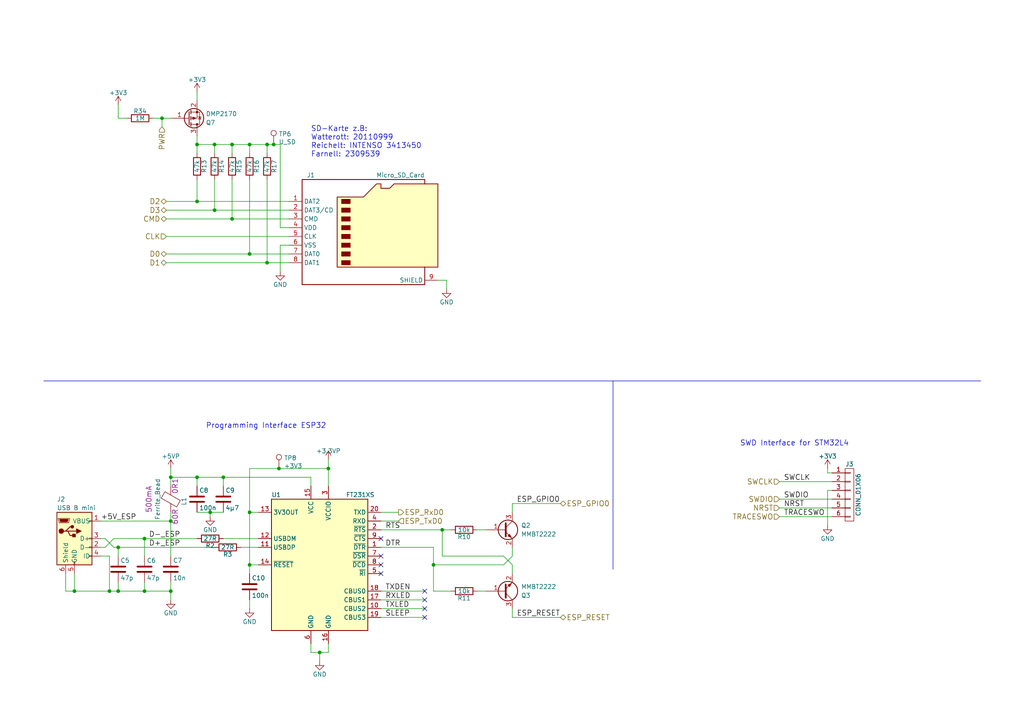
<source format=kicad_sch>
(kicad_sch (version 20200618) (host eeschema "(5.99.0-2142-ge9b99cc8b)")

  (page 1 8)

  (paper "A4")

  (title_block
    (title "RhizoTech - Motherboard - Interfaces")
    (date "2018-11-09")
    (rev "V2")
    (company "TH Köln Institut für Nachrichtentechnik")
    (comment 1 "Erstellt von Daniel Lohmann")
  )

  (lib_symbols
    (symbol "AddedComponents:CONN_01X06" (pin_names hide)
      (property "Reference" "J" (id 0) (at 0 8.89 0)
        (effects (font (size 1.27 1.27)))
      )
      (property "Value" "CONN_01X06" (id 1) (at 2.54 0 90)
        (effects (font (size 1.27 1.27)))
      )
      (property "Footprint" "" (id 2) (at 0 0 0)
        (effects (font (size 1.27 1.27)) hide)
      )
      (property "Datasheet" "" (id 3) (at 0 0 0)
        (effects (font (size 1.27 1.27)) hide)
      )
      (property "ki_fp_filters" "Pin_Header_Straight_1X*\nPin_Header_Angled_1X*\nSocket_Strip_Straight_1X*\nSocket_Strip_Angled_1X*" (id 4) (at 0 0 0)
        (effects (font (size 1.27 1.27)) hide)
      )
      (symbol "CONN_01X06_0_1"
        (rectangle (start -1.27 -6.223) (end 0.254 -6.477)
          (stroke (width 0)) (fill (type none))
        )
        (rectangle (start -1.27 -3.683) (end 0.254 -3.937)
          (stroke (width 0)) (fill (type none))
        )
        (rectangle (start -1.27 -1.143) (end 0.254 -1.397)
          (stroke (width 0)) (fill (type none))
        )
        (rectangle (start -1.27 1.397) (end 0.254 1.143)
          (stroke (width 0)) (fill (type none))
        )
        (rectangle (start -1.27 3.937) (end 0.254 3.683)
          (stroke (width 0)) (fill (type none))
        )
        (rectangle (start -1.27 6.477) (end 0.254 6.223)
          (stroke (width 0)) (fill (type none))
        )
        (rectangle (start -1.27 7.62) (end 1.27 -7.62)
          (stroke (width 0)) (fill (type none))
        )
      )
      (symbol "CONN_01X06_1_1"
        (pin passive line (at -5.08 6.35 0) (length 3.81)
          (name "P1" (effects (font (size 1.27 1.27))))
          (number "1" (effects (font (size 1.27 1.27))))
        )
        (pin passive line (at -5.08 3.81 0) (length 3.81)
          (name "P2" (effects (font (size 1.27 1.27))))
          (number "2" (effects (font (size 1.27 1.27))))
        )
        (pin passive line (at -5.08 1.27 0) (length 3.81)
          (name "P3" (effects (font (size 1.27 1.27))))
          (number "3" (effects (font (size 1.27 1.27))))
        )
        (pin passive line (at -5.08 -1.27 0) (length 3.81)
          (name "P4" (effects (font (size 1.27 1.27))))
          (number "4" (effects (font (size 1.27 1.27))))
        )
        (pin passive line (at -5.08 -3.81 0) (length 3.81)
          (name "P5" (effects (font (size 1.27 1.27))))
          (number "5" (effects (font (size 1.27 1.27))))
        )
        (pin passive line (at -5.08 -6.35 0) (length 3.81)
          (name "P6" (effects (font (size 1.27 1.27))))
          (number "6" (effects (font (size 1.27 1.27))))
        )
      )
    )
    (symbol "BaseCircuit_V2-rescue:C" (pin_numbers hide) (pin_names (offset 0.254))
      (property "Reference" "C" (id 0) (at 0.635 2.54 0)
        (effects (font (size 1.27 1.27)) (justify left))
      )
      (property "Value" "C" (id 1) (at 0.635 -2.54 0)
        (effects (font (size 1.27 1.27)) (justify left))
      )
      (property "Footprint" "" (id 2) (at 0.9652 -3.81 0)
        (effects (font (size 1.27 1.27)) hide)
      )
      (property "Datasheet" "" (id 3) (at 0 0 0)
        (effects (font (size 1.27 1.27)) hide)
      )
      (property "ki_fp_filters" "C_*" (id 4) (at 0 0 0)
        (effects (font (size 1.27 1.27)) hide)
      )
      (symbol "C_0_1"
        (polyline
          (pts (xy -2.032 -0.762) (xy 2.032 -0.762))
          (stroke (width 0.508)) (fill (type none))
        )
        (polyline
          (pts (xy -2.032 0.762) (xy 2.032 0.762))
          (stroke (width 0.508)) (fill (type none))
        )
      )
      (symbol "C_1_1"
        (pin passive line (at 0 3.81 270) (length 2.794)
          (name "~" (effects (font (size 1.27 1.27))))
          (number "1" (effects (font (size 1.27 1.27))))
        )
        (pin passive line (at 0 -3.81 90) (length 2.794)
          (name "~" (effects (font (size 1.27 1.27))))
          (number "2" (effects (font (size 1.27 1.27))))
        )
      )
    )
    (symbol "BaseCircuit_V2-rescue:FT231XS"
      (property "Reference" "U" (id 0) (at -13.97 20.32 0)
        (effects (font (size 1.27 1.27)) (justify left))
      )
      (property "Value" "FT231XS" (id 1) (at 7.62 20.32 0)
        (effects (font (size 1.27 1.27)) (justify left))
      )
      (property "Footprint" "SSOP-20" (id 2) (at 0 0 0)
        (effects (font (size 1.27 1.27)) hide)
      )
      (property "Datasheet" "" (id 3) (at 0 0 0)
        (effects (font (size 1.27 1.27)) hide)
      )
      (property "ki_fp_filters" "SSOP*" (id 4) (at 0 0 0)
        (effects (font (size 1.27 1.27)) hide)
      )
      (symbol "FT231XS_0_1"
        (rectangle (start -13.97 19.05) (end 13.97 -19.05)
          (stroke (width 0.254)) (fill (type background))
        )
      )
      (symbol "FT231XS_1_1"
        (pin output line (at 17.78 5.08 180) (length 3.81)
          (name "~DTR" (effects (font (size 1.27 1.27))))
          (number "1" (effects (font (size 1.27 1.27))))
        )
        (pin bidirectional line (at 17.78 -12.7 180) (length 3.81)
          (name "CBUS2" (effects (font (size 1.27 1.27))))
          (number "10" (effects (font (size 1.27 1.27))))
        )
        (pin bidirectional line (at -17.78 5.08 0) (length 3.81)
          (name "USBDP" (effects (font (size 1.27 1.27))))
          (number "11" (effects (font (size 1.27 1.27))))
        )
        (pin bidirectional line (at -17.78 7.62 0) (length 3.81)
          (name "USBDM" (effects (font (size 1.27 1.27))))
          (number "12" (effects (font (size 1.27 1.27))))
        )
        (pin power_out line (at -17.78 15.24 0) (length 3.81)
          (name "3V3OUT" (effects (font (size 1.27 1.27))))
          (number "13" (effects (font (size 1.27 1.27))))
        )
        (pin input line (at -17.78 0 0) (length 3.81)
          (name "~RESET" (effects (font (size 1.27 1.27))))
          (number "14" (effects (font (size 1.27 1.27))))
        )
        (pin power_in line (at -2.54 22.86 270) (length 3.81)
          (name "VCC" (effects (font (size 1.27 1.27))))
          (number "15" (effects (font (size 1.27 1.27))))
        )
        (pin power_in line (at 2.54 -22.86 90) (length 3.81)
          (name "GND" (effects (font (size 1.27 1.27))))
          (number "16" (effects (font (size 1.27 1.27))))
        )
        (pin bidirectional line (at 17.78 -10.16 180) (length 3.81)
          (name "CBUS1" (effects (font (size 1.27 1.27))))
          (number "17" (effects (font (size 1.27 1.27))))
        )
        (pin bidirectional line (at 17.78 -7.62 180) (length 3.81)
          (name "CBUS0" (effects (font (size 1.27 1.27))))
          (number "18" (effects (font (size 1.27 1.27))))
        )
        (pin bidirectional line (at 17.78 -15.24 180) (length 3.81)
          (name "CBUS3" (effects (font (size 1.27 1.27))))
          (number "19" (effects (font (size 1.27 1.27))))
        )
        (pin input line (at 17.78 10.16 180) (length 3.81)
          (name "~RTS" (effects (font (size 1.27 1.27))))
          (number "2" (effects (font (size 1.27 1.27))))
        )
        (pin output line (at 17.78 15.24 180) (length 3.81)
          (name "TXD" (effects (font (size 1.27 1.27))))
          (number "20" (effects (font (size 1.27 1.27))))
        )
        (pin power_in line (at 2.54 22.86 270) (length 3.81)
          (name "VCCIO" (effects (font (size 1.27 1.27))))
          (number "3" (effects (font (size 1.27 1.27))))
        )
        (pin input line (at 17.78 12.7 180) (length 3.81)
          (name "RXD" (effects (font (size 1.27 1.27))))
          (number "4" (effects (font (size 1.27 1.27))))
        )
        (pin input line (at 17.78 -2.54 180) (length 3.81)
          (name "~RI" (effects (font (size 1.27 1.27))))
          (number "5" (effects (font (size 1.27 1.27))))
        )
        (pin power_in line (at -2.54 -22.86 90) (length 3.81)
          (name "GND" (effects (font (size 1.27 1.27))))
          (number "6" (effects (font (size 1.27 1.27))))
        )
        (pin output line (at 17.78 2.54 180) (length 3.81)
          (name "~DSR" (effects (font (size 1.27 1.27))))
          (number "7" (effects (font (size 1.27 1.27))))
        )
        (pin input line (at 17.78 0 180) (length 3.81)
          (name "~DCD" (effects (font (size 1.27 1.27))))
          (number "8" (effects (font (size 1.27 1.27))))
        )
        (pin input line (at 17.78 7.62 180) (length 3.81)
          (name "~CTS" (effects (font (size 1.27 1.27))))
          (number "9" (effects (font (size 1.27 1.27))))
        )
      )
    )
    (symbol "BaseCircuit_V2-rescue:Ferrite_Bead" (pin_numbers hide) (pin_names (offset 0))
      (property "Reference" "L" (id 0) (at -3.81 0.635 90)
        (effects (font (size 1.27 1.27)))
      )
      (property "Value" "Ferrite_Bead" (id 1) (at 3.81 0 90)
        (effects (font (size 1.27 1.27)))
      )
      (property "Footprint" "" (id 2) (at -1.778 0 90)
        (effects (font (size 1.27 1.27)) hide)
      )
      (property "Datasheet" "" (id 3) (at 0 0 0)
        (effects (font (size 1.27 1.27)) hide)
      )
      (property "ki_fp_filters" "Inductor_*\nL_*\n*Ferrite*" (id 4) (at 0 0 0)
        (effects (font (size 1.27 1.27)) hide)
      )
      (symbol "Ferrite_Bead_0_1"
        (polyline
          (pts (xy 0 -1.27) (xy 0 -1.2192))
          (stroke (width 0)) (fill (type none))
        )
        (polyline
          (pts (xy 0 1.27) (xy 0 1.2954))
          (stroke (width 0)) (fill (type none))
        )
        (polyline
          (pts (xy -2.7686 0.4064) (xy -1.7018 2.2606) (xy 2.7686 -0.3048) (xy 1.6764 -2.159)
               (xy -2.7686 0.4064)
          )
          (stroke (width 0)) (fill (type none))
        )
      )
      (symbol "Ferrite_Bead_1_1"
        (pin passive line (at 0 3.81 270) (length 2.54)
          (name "~" (effects (font (size 1.27 1.27))))
          (number "1" (effects (font (size 1.27 1.27))))
        )
        (pin passive line (at 0 -3.81 90) (length 2.54)
          (name "~" (effects (font (size 1.27 1.27))))
          (number "2" (effects (font (size 1.27 1.27))))
        )
      )
    )
    (symbol "BaseCircuit_V2-rescue:Micro_SD_Card"
      (property "Reference" "J" (id 0) (at -16.51 15.24 0)
        (effects (font (size 1.27 1.27)))
      )
      (property "Value" "Micro_SD_Card" (id 1) (at 16.51 15.24 0)
        (effects (font (size 1.27 1.27)) (justify right))
      )
      (property "Footprint" "" (id 2) (at 29.21 7.62 0)
        (effects (font (size 1.27 1.27)) hide)
      )
      (property "Datasheet" "" (id 3) (at 0 0 0)
        (effects (font (size 1.27 1.27)) hide)
      )
      (symbol "Micro_SD_Card_0_1"
        (rectangle (start -7.62 -9.525) (end -5.08 -10.795)
          (stroke (width 0)) (fill (type outline))
        )
        (rectangle (start -7.62 -6.985) (end -5.08 -8.255)
          (stroke (width 0)) (fill (type outline))
        )
        (rectangle (start -7.62 -4.445) (end -5.08 -5.715)
          (stroke (width 0)) (fill (type outline))
        )
        (rectangle (start -7.62 -1.905) (end -5.08 -3.175)
          (stroke (width 0)) (fill (type outline))
        )
        (rectangle (start -7.62 0.635) (end -5.08 -0.635)
          (stroke (width 0)) (fill (type outline))
        )
        (rectangle (start -7.62 3.175) (end -5.08 1.905)
          (stroke (width 0)) (fill (type outline))
        )
        (rectangle (start -7.62 5.715) (end -5.08 4.445)
          (stroke (width 0)) (fill (type outline))
        )
        (rectangle (start -7.62 8.255) (end -5.08 6.985)
          (stroke (width 0)) (fill (type outline))
        )
        (polyline
          (pts (xy 16.51 12.7) (xy 16.51 13.97) (xy -19.05 13.97) (xy -19.05 -16.51)
               (xy 16.51 -16.51) (xy 16.51 -11.43)
          )
          (stroke (width 0.254)) (fill (type none))
        )
        (polyline
          (pts (xy -8.89 -11.43) (xy -8.89 8.89) (xy -1.27 8.89) (xy 2.54 12.7)
               (xy 3.81 12.7) (xy 3.81 11.43) (xy 6.35 11.43) (xy 7.62 12.7)
               (xy 20.32 12.7) (xy 20.32 -11.43) (xy -8.89 -11.43)
          )
          (stroke (width 0.254)) (fill (type background))
        )
      )
      (symbol "Micro_SD_Card_1_1"
        (pin bidirectional line (at -22.86 7.62 0) (length 3.81)
          (name "DAT2" (effects (font (size 1.27 1.27))))
          (number "1" (effects (font (size 1.27 1.27))))
        )
        (pin bidirectional line (at -22.86 5.08 0) (length 3.81)
          (name "DAT3/CD" (effects (font (size 1.27 1.27))))
          (number "2" (effects (font (size 1.27 1.27))))
        )
        (pin input line (at -22.86 2.54 0) (length 3.81)
          (name "CMD" (effects (font (size 1.27 1.27))))
          (number "3" (effects (font (size 1.27 1.27))))
        )
        (pin power_in line (at -22.86 0 0) (length 3.81)
          (name "VDD" (effects (font (size 1.27 1.27))))
          (number "4" (effects (font (size 1.27 1.27))))
        )
        (pin input line (at -22.86 -2.54 0) (length 3.81)
          (name "CLK" (effects (font (size 1.27 1.27))))
          (number "5" (effects (font (size 1.27 1.27))))
        )
        (pin power_in line (at -22.86 -5.08 0) (length 3.81)
          (name "VSS" (effects (font (size 1.27 1.27))))
          (number "6" (effects (font (size 1.27 1.27))))
        )
        (pin input line (at -22.86 -7.62 0) (length 3.81)
          (name "DAT0" (effects (font (size 1.27 1.27))))
          (number "7" (effects (font (size 1.27 1.27))))
        )
        (pin input line (at -22.86 -10.16 0) (length 3.81)
          (name "DAT1" (effects (font (size 1.27 1.27))))
          (number "8" (effects (font (size 1.27 1.27))))
        )
        (pin passive line (at 20.32 -15.24 180) (length 3.81)
          (name "SHIELD" (effects (font (size 1.27 1.27))))
          (number "9" (effects (font (size 1.27 1.27))))
        )
      )
    )
    (symbol "BaseCircuit_V2-rescue:Q_NPN_BEC" (pin_names (offset 0) hide)
      (property "Reference" "Q" (id 0) (at 5.08 1.27 0)
        (effects (font (size 1.27 1.27)) (justify left))
      )
      (property "Value" "Q_NPN_BEC" (id 1) (at 5.08 -1.27 0)
        (effects (font (size 1.27 1.27)) (justify left))
      )
      (property "Footprint" "" (id 2) (at 5.08 2.54 0)
        (effects (font (size 1.27 1.27)) hide)
      )
      (property "Datasheet" "" (id 3) (at 0 0 0)
        (effects (font (size 1.27 1.27)) hide)
      )
      (symbol "Q_NPN_BEC_0_1"
        (circle (center 1.27 0) (radius 2.8194) (stroke (width 0.254)) (fill (type none)))
        (polyline
          (pts (xy 0.635 0.635) (xy 2.54 2.54))
          (stroke (width 0)) (fill (type none))
        )
        (polyline
          (pts (xy 0.635 -0.635) (xy 2.54 -2.54) (xy 2.54 -2.54))
          (stroke (width 0)) (fill (type none))
        )
        (polyline
          (pts (xy 0.635 1.905) (xy 0.635 -1.905) (xy 0.635 -1.905))
          (stroke (width 0.508)) (fill (type none))
        )
        (polyline
          (pts (xy 1.27 -1.778) (xy 1.778 -1.27) (xy 2.286 -2.286) (xy 1.27 -1.778)
               (xy 1.27 -1.778)
          )
          (stroke (width 0)) (fill (type outline))
        )
      )
      (symbol "Q_NPN_BEC_1_1"
        (pin input line (at -5.08 0 0) (length 5.715)
          (name "B" (effects (font (size 1.27 1.27))))
          (number "1" (effects (font (size 1.27 1.27))))
        )
        (pin passive line (at 2.54 -5.08 90) (length 2.54)
          (name "E" (effects (font (size 1.27 1.27))))
          (number "2" (effects (font (size 1.27 1.27))))
        )
        (pin passive line (at 2.54 5.08 270) (length 2.54)
          (name "C" (effects (font (size 1.27 1.27))))
          (number "3" (effects (font (size 1.27 1.27))))
        )
      )
    )
    (symbol "BaseCircuit_V2-rescue:Q_PMOS_GSD" (pin_names (offset 0) hide)
      (property "Reference" "Q" (id 0) (at 5.08 1.27 0)
        (effects (font (size 1.27 1.27)) (justify left))
      )
      (property "Value" "Q_PMOS_GSD" (id 1) (at 5.08 -1.27 0)
        (effects (font (size 1.27 1.27)) (justify left))
      )
      (property "Footprint" "" (id 2) (at 5.08 2.54 0)
        (effects (font (size 1.27 1.27)) hide)
      )
      (property "Datasheet" "" (id 3) (at 0 0 0)
        (effects (font (size 1.27 1.27)) hide)
      )
      (symbol "Q_PMOS_GSD_0_1"
        (circle (center 1.651 0) (radius 2.8194) (stroke (width 0.254)) (fill (type none)))
        (circle (center 2.54 -1.778) (radius 0.2794) (stroke (width 0)) (fill (type outline)))
        (circle (center 2.54 1.778) (radius 0.2794) (stroke (width 0)) (fill (type outline)))
        (polyline
          (pts (xy 0.0508 0) (xy 0.254 0))
          (stroke (width 0)) (fill (type none))
        )
        (polyline
          (pts (xy 0.762 -1.778) (xy 2.54 -1.778))
          (stroke (width 0)) (fill (type none))
        )
        (polyline
          (pts (xy 0.762 -1.27) (xy 0.762 -2.286))
          (stroke (width 0.254)) (fill (type none))
        )
        (polyline
          (pts (xy 0.762 0) (xy 2.54 0))
          (stroke (width 0)) (fill (type none))
        )
        (polyline
          (pts (xy 0.762 0.508) (xy 0.762 -0.508))
          (stroke (width 0.254)) (fill (type none))
        )
        (polyline
          (pts (xy 0.762 1.778) (xy 2.54 1.778))
          (stroke (width 0)) (fill (type none))
        )
        (polyline
          (pts (xy 0.762 2.286) (xy 0.762 1.27))
          (stroke (width 0.254)) (fill (type none))
        )
        (polyline
          (pts (xy 2.54 -1.778) (xy 2.54 -2.54))
          (stroke (width 0)) (fill (type none))
        )
        (polyline
          (pts (xy 2.54 -1.778) (xy 2.54 0))
          (stroke (width 0)) (fill (type none))
        )
        (polyline
          (pts (xy 2.54 2.54) (xy 2.54 1.778))
          (stroke (width 0)) (fill (type none))
        )
        (polyline
          (pts (xy 0.254 1.905) (xy 0.254 -1.905) (xy 0.254 -1.905))
          (stroke (width 0.254)) (fill (type none))
        )
        (polyline
          (pts (xy 2.286 0) (xy 1.27 -0.381) (xy 1.27 0.381) (xy 2.286 0))
          (stroke (width 0)) (fill (type outline))
        )
        (polyline
          (pts (xy 2.54 -1.778) (xy 3.302 -1.778) (xy 3.302 1.778) (xy 2.54 1.778))
          (stroke (width 0)) (fill (type none))
        )
        (polyline
          (pts (xy 2.794 -0.508) (xy 2.921 -0.381) (xy 3.683 -0.381) (xy 3.81 -0.254))
          (stroke (width 0)) (fill (type none))
        )
        (polyline
          (pts (xy 3.302 -0.381) (xy 2.921 0.254) (xy 3.683 0.254) (xy 3.302 -0.381))
          (stroke (width 0)) (fill (type none))
        )
      )
      (symbol "Q_PMOS_GSD_1_1"
        (pin input line (at -5.08 0 0) (length 5.08)
          (name "G" (effects (font (size 1.27 1.27))))
          (number "1" (effects (font (size 1.27 1.27))))
        )
        (pin passive line (at 2.54 -5.08 90) (length 2.54)
          (name "S" (effects (font (size 1.27 1.27))))
          (number "2" (effects (font (size 1.27 1.27))))
        )
        (pin passive line (at 2.54 5.08 270) (length 2.54)
          (name "D" (effects (font (size 1.27 1.27))))
          (number "3" (effects (font (size 1.27 1.27))))
        )
      )
    )
    (symbol "BaseCircuit_V2-rescue:R" (pin_numbers hide) (pin_names (offset 0))
      (property "Reference" "R" (id 0) (at 2.032 0 90)
        (effects (font (size 1.27 1.27)))
      )
      (property "Value" "R" (id 1) (at 0 0 90)
        (effects (font (size 1.27 1.27)))
      )
      (property "Footprint" "" (id 2) (at -1.778 0 90)
        (effects (font (size 1.27 1.27)) hide)
      )
      (property "Datasheet" "" (id 3) (at 0 0 0)
        (effects (font (size 1.27 1.27)) hide)
      )
      (property "ki_fp_filters" "R_*\nR_*" (id 4) (at 0 0 0)
        (effects (font (size 1.27 1.27)) hide)
      )
      (symbol "R_0_1"
        (rectangle (start -1.016 -2.54) (end 1.016 2.54)
          (stroke (width 0.254)) (fill (type none))
        )
      )
      (symbol "R_1_1"
        (pin passive line (at 0 3.81 270) (length 1.27)
          (name "~" (effects (font (size 1.27 1.27))))
          (number "1" (effects (font (size 1.27 1.27))))
        )
        (pin passive line (at 0 -3.81 90) (length 1.27)
          (name "~" (effects (font (size 1.27 1.27))))
          (number "2" (effects (font (size 1.27 1.27))))
        )
      )
    )
    (symbol "BaseCircuit_V2-rescue:USB_OTG"
      (property "Reference" "J" (id 0) (at -5.08 11.43 0)
        (effects (font (size 1.27 1.27)) (justify left))
      )
      (property "Value" "USB_OTG" (id 1) (at -5.08 8.89 0)
        (effects (font (size 1.27 1.27)) (justify left))
      )
      (property "Footprint" "" (id 2) (at 3.81 -1.27 0)
        (effects (font (size 1.27 1.27)) hide)
      )
      (property "Datasheet" "" (id 3) (at 3.81 -1.27 0)
        (effects (font (size 1.27 1.27)) hide)
      )
      (property "ki_fp_filters" "USB*" (id 4) (at 0 0 0)
        (effects (font (size 1.27 1.27)) hide)
      )
      (symbol "USB_OTG_0_1"
        (circle (center -3.81 2.159) (radius 0.635) (stroke (width 0.254)) (fill (type outline)))
        (circle (center -0.635 3.429) (radius 0.381) (stroke (width 0.254)) (fill (type outline)))
        (rectangle (start -5.08 -7.62) (end 5.08 7.62)
          (stroke (width 0.254)) (fill (type background))
        )
        (rectangle (start -0.127 -7.62) (end 0.127 -6.858)
          (stroke (width 0)) (fill (type none))
        )
        (rectangle (start 0.254 1.27) (end -0.508 0.508)
          (stroke (width 0.254)) (fill (type outline))
        )
        (rectangle (start 5.08 -5.207) (end 4.318 -4.953)
          (stroke (width 0)) (fill (type none))
        )
        (rectangle (start 5.08 -2.667) (end 4.318 -2.413)
          (stroke (width 0)) (fill (type none))
        )
        (rectangle (start 5.08 -0.127) (end 4.318 0.127)
          (stroke (width 0)) (fill (type none))
        )
        (rectangle (start 5.08 4.953) (end 4.318 5.207)
          (stroke (width 0)) (fill (type none))
        )
        (polyline
          (pts (xy -1.905 2.159) (xy 0.635 2.159))
          (stroke (width 0.254)) (fill (type none))
        )
        (polyline
          (pts (xy -3.175 2.159) (xy -2.54 2.159) (xy -1.27 3.429) (xy -0.635 3.429))
          (stroke (width 0.254)) (fill (type none))
        )
        (polyline
          (pts (xy -2.54 2.159) (xy -1.905 2.159) (xy -1.27 0.889) (xy 0 0.889))
          (stroke (width 0.254)) (fill (type none))
        )
        (polyline
          (pts (xy 0.635 2.794) (xy 0.635 1.524) (xy 1.905 2.159) (xy 0.635 2.794))
          (stroke (width 0.254)) (fill (type outline))
        )
        (polyline
          (pts (xy -4.318 5.588) (xy -1.778 5.588) (xy -2.032 4.826) (xy -4.064 4.826)
               (xy -4.318 5.588)
          )
          (stroke (width 0)) (fill (type outline))
        )
        (polyline
          (pts (xy -4.699 5.842) (xy -4.699 5.588) (xy -4.445 4.826) (xy -4.445 4.572)
               (xy -1.651 4.572) (xy -1.651 4.826) (xy -1.397 5.588) (xy -1.397 5.842)
               (xy -4.699 5.842)
          )
          (stroke (width 0)) (fill (type none))
        )
      )
      (symbol "USB_OTG_1_1"
        (pin power_in line (at 7.62 5.08 180) (length 2.54)
          (name "VBUS" (effects (font (size 1.27 1.27))))
          (number "1" (effects (font (size 1.27 1.27))))
        )
        (pin passive line (at 7.62 -2.54 180) (length 2.54)
          (name "D-" (effects (font (size 1.27 1.27))))
          (number "2" (effects (font (size 1.27 1.27))))
        )
        (pin passive line (at 7.62 0 180) (length 2.54)
          (name "D+" (effects (font (size 1.27 1.27))))
          (number "3" (effects (font (size 1.27 1.27))))
        )
        (pin passive line (at 7.62 -5.08 180) (length 2.54)
          (name "ID" (effects (font (size 1.27 1.27))))
          (number "4" (effects (font (size 1.27 1.27))))
        )
        (pin power_in line (at 0 -10.16 90) (length 2.54)
          (name "GND" (effects (font (size 1.27 1.27))))
          (number "5" (effects (font (size 1.27 1.27))))
        )
        (pin passive line (at -2.54 -10.16 90) (length 2.54)
          (name "Shield" (effects (font (size 1.27 1.27))))
          (number "6" (effects (font (size 1.27 1.27))))
        )
      )
    )
    (symbol "Connector:TestPoint" (pin_numbers hide) (pin_names (offset 0.762) hide)
      (property "Reference" "TP" (id 0) (at 0 6.858 0)
        (effects (font (size 1.27 1.27)))
      )
      (property "Value" "TestPoint" (id 1) (at 0 5.08 0)
        (effects (font (size 1.27 1.27)))
      )
      (property "Footprint" "" (id 2) (at 5.08 0 0)
        (effects (font (size 1.27 1.27)) hide)
      )
      (property "Datasheet" "~" (id 3) (at 5.08 0 0)
        (effects (font (size 1.27 1.27)) hide)
      )
      (property "ki_keywords" "test point tp" (id 4) (at 0 0 0)
        (effects (font (size 1.27 1.27)) hide)
      )
      (property "ki_description" "test point" (id 5) (at 0 0 0)
        (effects (font (size 1.27 1.27)) hide)
      )
      (property "ki_fp_filters" "Pin*\nTest*" (id 6) (at 0 0 0)
        (effects (font (size 1.27 1.27)) hide)
      )
      (symbol "TestPoint_0_1"
        (circle (center 0 3.302) (radius 0.762) (stroke (width 0)) (fill (type none)))
      )
      (symbol "TestPoint_1_1"
        (pin passive line (at 0 0 90) (length 2.54)
          (name "1" (effects (font (size 1.27 1.27))))
          (number "1" (effects (font (size 1.27 1.27))))
        )
      )
    )
    (symbol "power:+3.3V" (power) (pin_names (offset 0))
      (property "Reference" "#PWR" (id 0) (at 0 -3.81 0)
        (effects (font (size 1.27 1.27)) hide)
      )
      (property "Value" "+3.3V" (id 1) (at 0 3.556 0)
        (effects (font (size 1.27 1.27)))
      )
      (property "Footprint" "" (id 2) (at 0 0 0)
        (effects (font (size 1.27 1.27)) hide)
      )
      (property "Datasheet" "" (id 3) (at 0 0 0)
        (effects (font (size 1.27 1.27)) hide)
      )
      (property "ki_keywords" "power-flag" (id 4) (at 0 0 0)
        (effects (font (size 1.27 1.27)) hide)
      )
      (property "ki_description" "Power symbol creates a global label with name \"+3.3V\"" (id 5) (at 0 0 0)
        (effects (font (size 1.27 1.27)) hide)
      )
      (symbol "+3.3V_0_1"
        (polyline
          (pts (xy -0.762 1.27) (xy 0 2.54))
          (stroke (width 0)) (fill (type none))
        )
        (polyline
          (pts (xy 0 0) (xy 0 2.54))
          (stroke (width 0)) (fill (type none))
        )
        (polyline
          (pts (xy 0 2.54) (xy 0.762 1.27))
          (stroke (width 0)) (fill (type none))
        )
      )
      (symbol "+3.3V_1_1"
        (pin power_in line (at 0 0 90) (length 0) hide
          (name "+3V3" (effects (font (size 1.27 1.27))))
          (number "1" (effects (font (size 1.27 1.27))))
        )
      )
    )
    (symbol "power:+3.3VP" (power) (pin_names (offset 0))
      (property "Reference" "#PWR" (id 0) (at 3.81 -1.27 0)
        (effects (font (size 1.27 1.27)) hide)
      )
      (property "Value" "+3.3VP" (id 1) (at 0 2.54 0)
        (effects (font (size 1.27 1.27)))
      )
      (property "Footprint" "" (id 2) (at 0 0 0)
        (effects (font (size 1.27 1.27)) hide)
      )
      (property "Datasheet" "" (id 3) (at 0 0 0)
        (effects (font (size 1.27 1.27)) hide)
      )
      (property "ki_keywords" "power-flag" (id 4) (at 0 0 0)
        (effects (font (size 1.27 1.27)) hide)
      )
      (property "ki_description" "Power symbol creates a global label with name \"+3.3VP\"" (id 5) (at 0 0 0)
        (effects (font (size 1.27 1.27)) hide)
      )
      (symbol "+3.3VP_0_1"
        (polyline
          (pts (xy -0.762 1.27) (xy 0 2.54))
          (stroke (width 0)) (fill (type none))
        )
        (polyline
          (pts (xy 0 0) (xy 0 2.54))
          (stroke (width 0)) (fill (type none))
        )
        (polyline
          (pts (xy 0 2.54) (xy 0.762 1.27))
          (stroke (width 0)) (fill (type none))
        )
      )
      (symbol "+3.3VP_0_0"
        (pin power_in line (at 0 0 90) (length 0) hide
          (name "+3.3VP" (effects (font (size 1.27 1.27))))
          (number "1" (effects (font (size 1.27 1.27))))
        )
      )
    )
    (symbol "power:+5VP" (power) (pin_names (offset 0))
      (property "Reference" "#PWR" (id 0) (at 0 -3.81 0)
        (effects (font (size 1.27 1.27)) hide)
      )
      (property "Value" "+5VP" (id 1) (at 0 3.556 0)
        (effects (font (size 1.27 1.27)))
      )
      (property "Footprint" "" (id 2) (at 0 0 0)
        (effects (font (size 1.27 1.27)) hide)
      )
      (property "Datasheet" "" (id 3) (at 0 0 0)
        (effects (font (size 1.27 1.27)) hide)
      )
      (property "ki_keywords" "power-flag" (id 4) (at 0 0 0)
        (effects (font (size 1.27 1.27)) hide)
      )
      (property "ki_description" "Power symbol creates a global label with name \"+5VP\"" (id 5) (at 0 0 0)
        (effects (font (size 1.27 1.27)) hide)
      )
      (symbol "+5VP_0_1"
        (polyline
          (pts (xy -0.762 1.27) (xy 0 2.54))
          (stroke (width 0)) (fill (type none))
        )
        (polyline
          (pts (xy 0 0) (xy 0 2.54))
          (stroke (width 0)) (fill (type none))
        )
        (polyline
          (pts (xy 0 2.54) (xy 0.762 1.27))
          (stroke (width 0)) (fill (type none))
        )
      )
      (symbol "+5VP_1_1"
        (pin power_in line (at 0 0 90) (length 0) hide
          (name "+5VP" (effects (font (size 1.27 1.27))))
          (number "1" (effects (font (size 1.27 1.27))))
        )
      )
    )
    (symbol "power:GND" (power) (pin_names (offset 0))
      (property "Reference" "#PWR" (id 0) (at 0 -6.35 0)
        (effects (font (size 1.27 1.27)) hide)
      )
      (property "Value" "GND" (id 1) (at 0 -3.81 0)
        (effects (font (size 1.27 1.27)))
      )
      (property "Footprint" "" (id 2) (at 0 0 0)
        (effects (font (size 1.27 1.27)) hide)
      )
      (property "Datasheet" "" (id 3) (at 0 0 0)
        (effects (font (size 1.27 1.27)) hide)
      )
      (property "ki_keywords" "power-flag" (id 4) (at 0 0 0)
        (effects (font (size 1.27 1.27)) hide)
      )
      (property "ki_description" "Power symbol creates a global label with name \"GND\" , ground" (id 5) (at 0 0 0)
        (effects (font (size 1.27 1.27)) hide)
      )
      (symbol "GND_0_1"
        (polyline
          (pts (xy 0 0) (xy 0 -1.27) (xy 1.27 -1.27) (xy 0 -2.54)
               (xy -1.27 -1.27) (xy 0 -1.27)
          )
          (stroke (width 0)) (fill (type none))
        )
      )
      (symbol "GND_1_1"
        (pin power_in line (at 0 0 270) (length 0) hide
          (name "GND" (effects (font (size 1.27 1.27))))
          (number "1" (effects (font (size 1.27 1.27))))
        )
      )
    )
  )

  (junction (at 21.59 171.45) (diameter 0) (color 0 0 0 0))
  (junction (at 31.75 171.45) (diameter 0) (color 0 0 0 0))
  (junction (at 34.29 158.75) (diameter 0) (color 0 0 0 0))
  (junction (at 34.29 171.45) (diameter 0) (color 0 0 0 0))
  (junction (at 41.91 156.21) (diameter 0) (color 0 0 0 0))
  (junction (at 41.91 171.45) (diameter 0) (color 0 0 0 0))
  (junction (at 46.99 34.29) (diameter 0) (color 0 0 0 0))
  (junction (at 49.53 138.43) (diameter 0) (color 0 0 0 0))
  (junction (at 49.53 151.13) (diameter 0) (color 0 0 0 0))
  (junction (at 49.53 171.45) (diameter 0) (color 0 0 0 0))
  (junction (at 57.15 41.91) (diameter 0) (color 0 0 0 0))
  (junction (at 57.15 58.42) (diameter 0) (color 0 0 0 0))
  (junction (at 57.15 138.43) (diameter 0) (color 0 0 0 0))
  (junction (at 60.96 148.59) (diameter 0) (color 0 0 0 0))
  (junction (at 62.23 41.91) (diameter 0) (color 0 0 0 0))
  (junction (at 62.23 60.96) (diameter 0) (color 0 0 0 0))
  (junction (at 64.77 138.43) (diameter 0) (color 0 0 0 0))
  (junction (at 67.31 41.91) (diameter 0) (color 0 0 0 0))
  (junction (at 67.31 63.5) (diameter 0) (color 0 0 0 0))
  (junction (at 72.39 41.91) (diameter 0) (color 0 0 0 0))
  (junction (at 72.39 73.66) (diameter 0) (color 0 0 0 0))
  (junction (at 72.39 148.59) (diameter 0) (color 0 0 0 0))
  (junction (at 72.39 163.83) (diameter 0) (color 0 0 0 0))
  (junction (at 77.47 41.91) (diameter 0) (color 0 0 0 0))
  (junction (at 77.47 76.2) (diameter 0) (color 0 0 0 0))
  (junction (at 79.375 41.91) (diameter 0) (color 0 0 0 0))
  (junction (at 80.899 135.89) (diameter 0) (color 0 0 0 0))
  (junction (at 92.71 189.23) (diameter 0) (color 0 0 0 0))
  (junction (at 95.25 135.89) (diameter 0) (color 0 0 0 0))
  (junction (at 125.73 163.83) (diameter 0) (color 0 0 0 0))
  (junction (at 128.27 153.67) (diameter 0) (color 0 0 0 0))

  (no_connect (at 123.19 171.45))
  (no_connect (at 110.49 156.21))
  (no_connect (at 123.19 179.07))
  (no_connect (at 123.19 173.99))
  (no_connect (at 110.49 163.83))
  (no_connect (at 110.49 161.29))
  (no_connect (at 123.19 176.53))
  (no_connect (at 110.49 166.37))

  (wire (pts (xy 19.05 171.45) (xy 19.05 166.37))
    (stroke (width 0) (type solid) (color 0 0 0 0))
  )
  (wire (pts (xy 19.05 171.45) (xy 21.59 171.45))
    (stroke (width 0) (type solid) (color 0 0 0 0))
  )
  (wire (pts (xy 21.59 171.45) (xy 21.59 166.37))
    (stroke (width 0) (type solid) (color 0 0 0 0))
  )
  (wire (pts (xy 21.59 171.45) (xy 31.75 171.45))
    (stroke (width 0) (type solid) (color 0 0 0 0))
  )
  (wire (pts (xy 29.21 156.21) (xy 30.48 156.21))
    (stroke (width 0) (type solid) (color 0 0 0 0))
  )
  (wire (pts (xy 29.21 161.29) (xy 31.75 161.29))
    (stroke (width 0) (type solid) (color 0 0 0 0))
  )
  (wire (pts (xy 30.48 156.21) (xy 33.02 158.75))
    (stroke (width 0) (type solid) (color 0 0 0 0))
  )
  (wire (pts (xy 30.48 158.75) (xy 29.21 158.75))
    (stroke (width 0) (type solid) (color 0 0 0 0))
  )
  (wire (pts (xy 31.75 171.45) (xy 31.75 161.29))
    (stroke (width 0) (type solid) (color 0 0 0 0))
  )
  (wire (pts (xy 31.75 171.45) (xy 34.29 171.45))
    (stroke (width 0) (type solid) (color 0 0 0 0))
  )
  (wire (pts (xy 33.02 156.21) (xy 30.48 158.75))
    (stroke (width 0) (type solid) (color 0 0 0 0))
  )
  (wire (pts (xy 33.02 156.21) (xy 41.91 156.21))
    (stroke (width 0) (type solid) (color 0 0 0 0))
  )
  (wire (pts (xy 33.02 158.75) (xy 34.29 158.75))
    (stroke (width 0) (type solid) (color 0 0 0 0))
  )
  (wire (pts (xy 34.29 30.48) (xy 34.29 34.29))
    (stroke (width 0) (type solid) (color 0 0 0 0))
  )
  (wire (pts (xy 34.29 34.29) (xy 36.83 34.29))
    (stroke (width 0) (type solid) (color 0 0 0 0))
  )
  (wire (pts (xy 34.29 158.75) (xy 62.23 158.75))
    (stroke (width 0) (type solid) (color 0 0 0 0))
  )
  (wire (pts (xy 34.29 161.29) (xy 34.29 158.75))
    (stroke (width 0) (type solid) (color 0 0 0 0))
  )
  (wire (pts (xy 34.29 171.45) (xy 34.29 168.91))
    (stroke (width 0) (type solid) (color 0 0 0 0))
  )
  (wire (pts (xy 34.29 171.45) (xy 41.91 171.45))
    (stroke (width 0) (type solid) (color 0 0 0 0))
  )
  (wire (pts (xy 41.91 156.21) (xy 57.15 156.21))
    (stroke (width 0) (type solid) (color 0 0 0 0))
  )
  (wire (pts (xy 41.91 161.29) (xy 41.91 156.21))
    (stroke (width 0) (type solid) (color 0 0 0 0))
  )
  (wire (pts (xy 41.91 171.45) (xy 41.91 168.91))
    (stroke (width 0) (type solid) (color 0 0 0 0))
  )
  (wire (pts (xy 41.91 171.45) (xy 49.53 171.45))
    (stroke (width 0) (type solid) (color 0 0 0 0))
  )
  (wire (pts (xy 44.45 34.29) (xy 46.99 34.29))
    (stroke (width 0) (type solid) (color 0 0 0 0))
  )
  (wire (pts (xy 46.99 34.29) (xy 49.53 34.29))
    (stroke (width 0) (type solid) (color 0 0 0 0))
  )
  (wire (pts (xy 46.99 36.83) (xy 46.99 34.29))
    (stroke (width 0) (type solid) (color 0 0 0 0))
  )
  (wire (pts (xy 48.26 58.42) (xy 57.15 58.42))
    (stroke (width 0) (type solid) (color 0 0 0 0))
  )
  (wire (pts (xy 48.26 60.96) (xy 62.23 60.96))
    (stroke (width 0) (type solid) (color 0 0 0 0))
  )
  (wire (pts (xy 48.26 63.5) (xy 67.31 63.5))
    (stroke (width 0) (type solid) (color 0 0 0 0))
  )
  (wire (pts (xy 48.26 73.66) (xy 72.39 73.66))
    (stroke (width 0) (type solid) (color 0 0 0 0))
  )
  (wire (pts (xy 48.26 76.2) (xy 77.47 76.2))
    (stroke (width 0) (type solid) (color 0 0 0 0))
  )
  (wire (pts (xy 49.53 135.89) (xy 49.53 138.43))
    (stroke (width 0) (type solid) (color 0 0 0 0))
  )
  (wire (pts (xy 49.53 138.43) (xy 49.53 140.97))
    (stroke (width 0) (type solid) (color 0 0 0 0))
  )
  (wire (pts (xy 49.53 138.43) (xy 57.15 138.43))
    (stroke (width 0) (type solid) (color 0 0 0 0))
  )
  (wire (pts (xy 49.53 148.59) (xy 49.53 151.13))
    (stroke (width 0) (type solid) (color 0 0 0 0))
  )
  (wire (pts (xy 49.53 151.13) (xy 29.21 151.13))
    (stroke (width 0) (type solid) (color 0 0 0 0))
  )
  (wire (pts (xy 49.53 151.13) (xy 49.53 161.29))
    (stroke (width 0) (type solid) (color 0 0 0 0))
  )
  (wire (pts (xy 49.53 168.91) (xy 49.53 171.45))
    (stroke (width 0) (type solid) (color 0 0 0 0))
  )
  (wire (pts (xy 49.53 171.45) (xy 49.53 173.99))
    (stroke (width 0) (type solid) (color 0 0 0 0))
  )
  (wire (pts (xy 57.15 26.67) (xy 57.15 29.21))
    (stroke (width 0) (type solid) (color 0 0 0 0))
  )
  (wire (pts (xy 57.15 39.37) (xy 57.15 41.91))
    (stroke (width 0) (type solid) (color 0 0 0 0))
  )
  (wire (pts (xy 57.15 41.91) (xy 57.15 44.45))
    (stroke (width 0) (type solid) (color 0 0 0 0))
  )
  (wire (pts (xy 57.15 41.91) (xy 62.23 41.91))
    (stroke (width 0) (type solid) (color 0 0 0 0))
  )
  (wire (pts (xy 57.15 52.07) (xy 57.15 58.42))
    (stroke (width 0) (type solid) (color 0 0 0 0))
  )
  (wire (pts (xy 57.15 58.42) (xy 83.82 58.42))
    (stroke (width 0) (type solid) (color 0 0 0 0))
  )
  (wire (pts (xy 57.15 138.43) (xy 64.77 138.43))
    (stroke (width 0) (type solid) (color 0 0 0 0))
  )
  (wire (pts (xy 57.15 140.97) (xy 57.15 138.43))
    (stroke (width 0) (type solid) (color 0 0 0 0))
  )
  (wire (pts (xy 57.15 148.59) (xy 60.96 148.59))
    (stroke (width 0) (type solid) (color 0 0 0 0))
  )
  (wire (pts (xy 60.96 148.59) (xy 64.77 148.59))
    (stroke (width 0) (type solid) (color 0 0 0 0))
  )
  (wire (pts (xy 60.96 149.86) (xy 60.96 148.59))
    (stroke (width 0) (type solid) (color 0 0 0 0))
  )
  (wire (pts (xy 62.23 41.91) (xy 67.31 41.91))
    (stroke (width 0) (type solid) (color 0 0 0 0))
  )
  (wire (pts (xy 62.23 44.45) (xy 62.23 41.91))
    (stroke (width 0) (type solid) (color 0 0 0 0))
  )
  (wire (pts (xy 62.23 60.96) (xy 62.23 52.07))
    (stroke (width 0) (type solid) (color 0 0 0 0))
  )
  (wire (pts (xy 62.23 60.96) (xy 83.82 60.96))
    (stroke (width 0) (type solid) (color 0 0 0 0))
  )
  (wire (pts (xy 64.77 138.43) (xy 90.17 138.43))
    (stroke (width 0) (type solid) (color 0 0 0 0))
  )
  (wire (pts (xy 64.77 140.97) (xy 64.77 138.43))
    (stroke (width 0) (type solid) (color 0 0 0 0))
  )
  (wire (pts (xy 67.31 41.91) (xy 72.39 41.91))
    (stroke (width 0) (type solid) (color 0 0 0 0))
  )
  (wire (pts (xy 67.31 44.45) (xy 67.31 41.91))
    (stroke (width 0) (type solid) (color 0 0 0 0))
  )
  (wire (pts (xy 67.31 52.07) (xy 67.31 63.5))
    (stroke (width 0) (type solid) (color 0 0 0 0))
  )
  (wire (pts (xy 67.31 63.5) (xy 83.82 63.5))
    (stroke (width 0) (type solid) (color 0 0 0 0))
  )
  (wire (pts (xy 69.85 158.75) (xy 74.93 158.75))
    (stroke (width 0) (type solid) (color 0 0 0 0))
  )
  (wire (pts (xy 72.39 41.91) (xy 77.47 41.91))
    (stroke (width 0) (type solid) (color 0 0 0 0))
  )
  (wire (pts (xy 72.39 44.45) (xy 72.39 41.91))
    (stroke (width 0) (type solid) (color 0 0 0 0))
  )
  (wire (pts (xy 72.39 52.07) (xy 72.39 73.66))
    (stroke (width 0) (type solid) (color 0 0 0 0))
  )
  (wire (pts (xy 72.39 73.66) (xy 83.82 73.66))
    (stroke (width 0) (type solid) (color 0 0 0 0))
  )
  (wire (pts (xy 72.39 135.89) (xy 72.39 148.59))
    (stroke (width 0) (type solid) (color 0 0 0 0))
  )
  (wire (pts (xy 72.39 135.89) (xy 80.899 135.89))
    (stroke (width 0) (type solid) (color 0 0 0 0))
  )
  (wire (pts (xy 72.39 148.59) (xy 72.39 163.83))
    (stroke (width 0) (type solid) (color 0 0 0 0))
  )
  (wire (pts (xy 72.39 148.59) (xy 74.93 148.59))
    (stroke (width 0) (type solid) (color 0 0 0 0))
  )
  (wire (pts (xy 72.39 163.83) (xy 72.39 166.37))
    (stroke (width 0) (type solid) (color 0 0 0 0))
  )
  (wire (pts (xy 72.39 163.83) (xy 74.93 163.83))
    (stroke (width 0) (type solid) (color 0 0 0 0))
  )
  (wire (pts (xy 72.39 176.53) (xy 72.39 173.99))
    (stroke (width 0) (type solid) (color 0 0 0 0))
  )
  (wire (pts (xy 74.93 156.21) (xy 64.77 156.21))
    (stroke (width 0) (type solid) (color 0 0 0 0))
  )
  (wire (pts (xy 77.47 41.91) (xy 77.47 44.45))
    (stroke (width 0) (type solid) (color 0 0 0 0))
  )
  (wire (pts (xy 77.47 41.91) (xy 79.375 41.91))
    (stroke (width 0) (type solid) (color 0 0 0 0))
  )
  (wire (pts (xy 77.47 52.07) (xy 77.47 76.2))
    (stroke (width 0) (type solid) (color 0 0 0 0))
  )
  (wire (pts (xy 77.47 76.2) (xy 83.82 76.2))
    (stroke (width 0) (type solid) (color 0 0 0 0))
  )
  (wire (pts (xy 79.375 41.91) (xy 81.28 41.91))
    (stroke (width 0) (type solid) (color 0 0 0 0))
  )
  (wire (pts (xy 80.899 135.89) (xy 95.25 135.89))
    (stroke (width 0) (type solid) (color 0 0 0 0))
  )
  (wire (pts (xy 81.28 41.91) (xy 81.28 66.04))
    (stroke (width 0) (type solid) (color 0 0 0 0))
  )
  (wire (pts (xy 81.28 66.04) (xy 83.82 66.04))
    (stroke (width 0) (type solid) (color 0 0 0 0))
  )
  (wire (pts (xy 81.28 71.12) (xy 81.28 78.74))
    (stroke (width 0) (type solid) (color 0 0 0 0))
  )
  (wire (pts (xy 83.82 68.58) (xy 48.26 68.58))
    (stroke (width 0) (type solid) (color 0 0 0 0))
  )
  (wire (pts (xy 83.82 71.12) (xy 81.28 71.12))
    (stroke (width 0) (type solid) (color 0 0 0 0))
  )
  (wire (pts (xy 90.17 138.43) (xy 90.17 140.97))
    (stroke (width 0) (type solid) (color 0 0 0 0))
  )
  (wire (pts (xy 90.17 186.69) (xy 90.17 189.23))
    (stroke (width 0) (type solid) (color 0 0 0 0))
  )
  (wire (pts (xy 90.17 189.23) (xy 92.71 189.23))
    (stroke (width 0) (type solid) (color 0 0 0 0))
  )
  (wire (pts (xy 92.71 189.23) (xy 92.71 191.77))
    (stroke (width 0) (type solid) (color 0 0 0 0))
  )
  (wire (pts (xy 92.71 189.23) (xy 95.25 189.23))
    (stroke (width 0) (type solid) (color 0 0 0 0))
  )
  (wire (pts (xy 95.25 133.35) (xy 95.25 135.89))
    (stroke (width 0) (type solid) (color 0 0 0 0))
  )
  (wire (pts (xy 95.25 135.89) (xy 95.25 140.97))
    (stroke (width 0) (type solid) (color 0 0 0 0))
  )
  (wire (pts (xy 95.25 189.23) (xy 95.25 186.69))
    (stroke (width 0) (type solid) (color 0 0 0 0))
  )
  (wire (pts (xy 110.49 148.59) (xy 115.57 148.59))
    (stroke (width 0) (type solid) (color 0 0 0 0))
  )
  (wire (pts (xy 110.49 153.67) (xy 128.27 153.67))
    (stroke (width 0) (type solid) (color 0 0 0 0))
  )
  (wire (pts (xy 110.49 158.75) (xy 125.73 158.75))
    (stroke (width 0) (type solid) (color 0 0 0 0))
  )
  (wire (pts (xy 110.49 171.45) (xy 123.19 171.45))
    (stroke (width 0) (type solid) (color 0 0 0 0))
  )
  (wire (pts (xy 110.49 173.99) (xy 123.19 173.99))
    (stroke (width 0) (type solid) (color 0 0 0 0))
  )
  (wire (pts (xy 110.49 176.53) (xy 123.19 176.53))
    (stroke (width 0) (type solid) (color 0 0 0 0))
  )
  (wire (pts (xy 115.57 151.13) (xy 110.49 151.13))
    (stroke (width 0) (type solid) (color 0 0 0 0))
  )
  (wire (pts (xy 123.19 179.07) (xy 110.49 179.07))
    (stroke (width 0) (type solid) (color 0 0 0 0))
  )
  (wire (pts (xy 125.73 158.75) (xy 125.73 163.83))
    (stroke (width 0) (type solid) (color 0 0 0 0))
  )
  (wire (pts (xy 125.73 163.83) (xy 125.73 171.45))
    (stroke (width 0) (type solid) (color 0 0 0 0))
  )
  (wire (pts (xy 125.73 171.45) (xy 130.81 171.45))
    (stroke (width 0) (type solid) (color 0 0 0 0))
  )
  (wire (pts (xy 128.27 153.67) (xy 130.81 153.67))
    (stroke (width 0) (type solid) (color 0 0 0 0))
  )
  (wire (pts (xy 128.27 161.29) (xy 128.27 153.67))
    (stroke (width 0) (type solid) (color 0 0 0 0))
  )
  (wire (pts (xy 129.54 81.28) (xy 127 81.28))
    (stroke (width 0) (type solid) (color 0 0 0 0))
  )
  (wire (pts (xy 129.54 83.82) (xy 129.54 81.28))
    (stroke (width 0) (type solid) (color 0 0 0 0))
  )
  (wire (pts (xy 138.43 153.67) (xy 140.97 153.67))
    (stroke (width 0) (type solid) (color 0 0 0 0))
  )
  (wire (pts (xy 138.43 171.45) (xy 140.97 171.45))
    (stroke (width 0) (type solid) (color 0 0 0 0))
  )
  (wire (pts (xy 146.05 161.29) (xy 128.27 161.29))
    (stroke (width 0) (type solid) (color 0 0 0 0))
  )
  (wire (pts (xy 146.05 163.83) (xy 125.73 163.83))
    (stroke (width 0) (type solid) (color 0 0 0 0))
  )
  (wire (pts (xy 148.59 146.05) (xy 162.56 146.05))
    (stroke (width 0) (type solid) (color 0 0 0 0))
  )
  (wire (pts (xy 148.59 148.59) (xy 148.59 146.05))
    (stroke (width 0) (type solid) (color 0 0 0 0))
  )
  (wire (pts (xy 148.59 158.75) (xy 148.59 161.29))
    (stroke (width 0) (type solid) (color 0 0 0 0))
  )
  (wire (pts (xy 148.59 161.29) (xy 146.05 163.83))
    (stroke (width 0) (type solid) (color 0 0 0 0))
  )
  (wire (pts (xy 148.59 163.83) (xy 146.05 161.29))
    (stroke (width 0) (type solid) (color 0 0 0 0))
  )
  (wire (pts (xy 148.59 166.37) (xy 148.59 163.83))
    (stroke (width 0) (type solid) (color 0 0 0 0))
  )
  (wire (pts (xy 148.59 176.53) (xy 148.59 179.07))
    (stroke (width 0) (type solid) (color 0 0 0 0))
  )
  (wire (pts (xy 148.59 179.07) (xy 162.56 179.07))
    (stroke (width 0) (type solid) (color 0 0 0 0))
  )
  (wire (pts (xy 226.06 139.7) (xy 241.3 139.7))
    (stroke (width 0) (type solid) (color 0 0 0 0))
  )
  (wire (pts (xy 226.06 144.78) (xy 241.3 144.78))
    (stroke (width 0) (type solid) (color 0 0 0 0))
  )
  (wire (pts (xy 226.06 147.32) (xy 241.3 147.32))
    (stroke (width 0) (type solid) (color 0 0 0 0))
  )
  (wire (pts (xy 226.06 149.86) (xy 241.3 149.86))
    (stroke (width 0) (type solid) (color 0 0 0 0))
  )
  (wire (pts (xy 240.03 135.89) (xy 240.03 137.16))
    (stroke (width 0) (type solid) (color 0 0 0 0))
  )
  (wire (pts (xy 240.03 137.16) (xy 241.3 137.16))
    (stroke (width 0) (type solid) (color 0 0 0 0))
  )
  (wire (pts (xy 240.03 142.24) (xy 240.03 152.4))
    (stroke (width 0) (type solid) (color 0 0 0 0))
  )
  (wire (pts (xy 241.3 142.24) (xy 240.03 142.24))
    (stroke (width 0) (type solid) (color 0 0 0 0))
  )
  (polyline (pts (xy 12.7 110.49) (xy 284.48 110.49))
    (stroke (width 0) (type solid) (color 0 0 0 0))
  )
  (polyline (pts (xy 177.8 110.49) (xy 177.8 165.1))
    (stroke (width 0) (type solid) (color 0 0 0 0))
  )

  (text "Programming Interface ESP32" (at 59.69 124.46 0)
    (effects (font (size 1.524 1.524)) (justify left bottom))
  )
  (text "SD-Karte z.B:\nWatterott: 20110999\nReichelt: INTENSO 3413450\nFarnell: 2309539"
    (at 90.17 45.72 0)
    (effects (font (size 1.524 1.524)) (justify left bottom))
  )
  (text "SWD Interface for STM32L4" (at 214.63 129.54 0)
    (effects (font (size 1.524 1.524)) (justify left bottom))
  )

  (label "+5V_ESP" (at 29.21 151.13 0)
    (effects (font (size 1.524 1.524)) (justify left bottom))
  )
  (label "D-_ESP" (at 43.18 156.21 0)
    (effects (font (size 1.524 1.524)) (justify left bottom))
  )
  (label "D+_ESP" (at 43.18 158.75 0)
    (effects (font (size 1.524 1.524)) (justify left bottom))
  )
  (label "RTS" (at 111.76 153.67 0)
    (effects (font (size 1.524 1.524)) (justify left bottom))
  )
  (label "DTR" (at 111.76 158.75 0)
    (effects (font (size 1.524 1.524)) (justify left bottom))
  )
  (label "TXDEN" (at 111.76 171.45 0)
    (effects (font (size 1.524 1.524)) (justify left bottom))
  )
  (label "RXLED" (at 111.76 173.99 0)
    (effects (font (size 1.524 1.524)) (justify left bottom))
  )
  (label "TXLED" (at 111.76 176.53 0)
    (effects (font (size 1.524 1.524)) (justify left bottom))
  )
  (label "SLEEP" (at 111.76 179.07 0)
    (effects (font (size 1.524 1.524)) (justify left bottom))
  )
  (label "ESP_GPIO0" (at 149.86 146.05 0)
    (effects (font (size 1.524 1.524)) (justify left bottom))
  )
  (label "ESP_RESET" (at 149.86 179.07 0)
    (effects (font (size 1.524 1.524)) (justify left bottom))
  )
  (label "SWCLK" (at 227.33 139.7 0)
    (effects (font (size 1.524 1.524)) (justify left bottom))
  )
  (label "SWDIO" (at 227.33 144.78 0)
    (effects (font (size 1.524 1.524)) (justify left bottom))
  )
  (label "NRST" (at 227.33 147.32 0)
    (effects (font (size 1.524 1.524)) (justify left bottom))
  )
  (label "TRACESWO" (at 227.33 149.86 0)
    (effects (font (size 1.524 1.524)) (justify left bottom))
  )

  (hierarchical_label "PWR" (shape input) (at 46.99 36.83 270)
    (effects (font (size 1.524 1.524)) (justify right))
  )
  (hierarchical_label "D2" (shape bidirectional) (at 48.26 58.42 180)
    (effects (font (size 1.524 1.524)) (justify right))
  )
  (hierarchical_label "D3" (shape bidirectional) (at 48.26 60.96 180)
    (effects (font (size 1.524 1.524)) (justify right))
  )
  (hierarchical_label "CMD" (shape bidirectional) (at 48.26 63.5 180)
    (effects (font (size 1.524 1.524)) (justify right))
  )
  (hierarchical_label "CLK" (shape input) (at 48.26 68.58 180)
    (effects (font (size 1.524 1.524)) (justify right))
  )
  (hierarchical_label "D0" (shape bidirectional) (at 48.26 73.66 180)
    (effects (font (size 1.524 1.524)) (justify right))
  )
  (hierarchical_label "D1" (shape bidirectional) (at 48.26 76.2 180)
    (effects (font (size 1.524 1.524)) (justify right))
  )
  (hierarchical_label "ESP_RxD0" (shape output) (at 115.57 148.59 0)
    (effects (font (size 1.524 1.524)) (justify left))
  )
  (hierarchical_label "ESP_TxD0" (shape input) (at 115.57 151.13 0)
    (effects (font (size 1.524 1.524)) (justify left))
  )
  (hierarchical_label "ESP_GPIO0" (shape bidirectional) (at 162.56 146.05 0)
    (effects (font (size 1.524 1.524)) (justify left))
  )
  (hierarchical_label "ESP_RESET" (shape bidirectional) (at 162.56 179.07 0)
    (effects (font (size 1.524 1.524)) (justify left))
  )
  (hierarchical_label "SWCLK" (shape input) (at 226.06 139.7 180)
    (effects (font (size 1.524 1.524)) (justify right))
  )
  (hierarchical_label "SWDIO" (shape input) (at 226.06 144.78 180)
    (effects (font (size 1.524 1.524)) (justify right))
  )
  (hierarchical_label "NRST" (shape input) (at 226.06 147.32 180)
    (effects (font (size 1.524 1.524)) (justify right))
  )
  (hierarchical_label "TRACESWO" (shape input) (at 226.06 149.86 180)
    (effects (font (size 1.524 1.524)) (justify right))
  )

  (symbol (lib_id "Connector:TestPoint") (at 79.375 41.91 0) (unit 1)
    (in_bom yes) (on_board yes)
    (uuid "00000000-0000-0000-0000-00005c855239")
    (property "Reference" "TP6" (id 0) (at 80.8482 38.862 0)
      (effects (font (size 1.27 1.27)) (justify left))
    )
    (property "Value" "U_SD" (id 1) (at 80.8482 41.1734 0)
      (effects (font (size 1.27 1.27)) (justify left))
    )
    (property "Footprint" "TestPoint:TestPoint_Pad_D1.0mm" (id 2) (at 84.455 41.91 0)
      (effects (font (size 1.27 1.27)) hide)
    )
    (property "Datasheet" "~" (id 3) (at 84.455 41.91 0)
      (effects (font (size 1.27 1.27)) hide)
    )
  )

  (symbol (lib_id "Connector:TestPoint") (at 80.899 135.89 0) (unit 1)
    (in_bom yes) (on_board yes)
    (uuid "00000000-0000-0000-0000-00005c8577a1")
    (property "Reference" "TP8" (id 0) (at 82.3722 132.842 0)
      (effects (font (size 1.27 1.27)) (justify left))
    )
    (property "Value" "+3V3" (id 1) (at 82.3722 135.1534 0)
      (effects (font (size 1.27 1.27)) (justify left))
    )
    (property "Footprint" "TestPoint:TestPoint_Pad_D1.0mm" (id 2) (at 85.979 135.89 0)
      (effects (font (size 1.27 1.27)) hide)
    )
    (property "Datasheet" "~" (id 3) (at 85.979 135.89 0)
      (effects (font (size 1.27 1.27)) hide)
    )
  )

  (symbol (lib_id "power:+3.3V") (at 34.29 30.48 0) (unit 1)
    (in_bom yes) (on_board yes)
    (uuid "00000000-0000-0000-0000-00005a7ff629")
    (property "Reference" "#PWR083" (id 0) (at 34.29 34.29 0)
      (effects (font (size 1.27 1.27)) hide)
    )
    (property "Value" "+3.3V" (id 1) (at 34.29 26.924 0))
    (property "Footprint" "" (id 2) (at 34.29 30.48 0)
      (effects (font (size 1.27 1.27)) hide)
    )
    (property "Datasheet" "" (id 3) (at 34.29 30.48 0)
      (effects (font (size 1.27 1.27)) hide)
    )
  )

  (symbol (lib_id "power:+5VP") (at 49.53 135.89 0) (unit 1)
    (in_bom yes) (on_board yes)
    (uuid "00000000-0000-0000-0000-00005a7114ce")
    (property "Reference" "#PWR076" (id 0) (at 49.53 139.7 0)
      (effects (font (size 1.27 1.27)) hide)
    )
    (property "Value" "+5VP" (id 1) (at 49.53 132.334 0))
    (property "Footprint" "" (id 2) (at 49.53 135.89 0)
      (effects (font (size 1.27 1.27)) hide)
    )
    (property "Datasheet" "" (id 3) (at 49.53 135.89 0)
      (effects (font (size 1.27 1.27)) hide)
    )
  )

  (symbol (lib_id "power:+3.3V") (at 57.15 26.67 0) (unit 1)
    (in_bom yes) (on_board yes)
    (uuid "00000000-0000-0000-0000-00005a7ff619")
    (property "Reference" "#PWR082" (id 0) (at 57.15 30.48 0)
      (effects (font (size 1.27 1.27)) hide)
    )
    (property "Value" "+3.3V" (id 1) (at 57.15 23.114 0))
    (property "Footprint" "" (id 2) (at 57.15 26.67 0)
      (effects (font (size 1.27 1.27)) hide)
    )
    (property "Datasheet" "" (id 3) (at 57.15 26.67 0)
      (effects (font (size 1.27 1.27)) hide)
    )
  )

  (symbol (lib_id "power:+3.3VP") (at 95.25 133.35 0) (unit 1)
    (in_bom yes) (on_board yes)
    (uuid "00000000-0000-0000-0000-00005a7114d4")
    (property "Reference" "#PWR077" (id 0) (at 99.06 134.62 0)
      (effects (font (size 1.27 1.27)) hide)
    )
    (property "Value" "+3.3VP" (id 1) (at 95.25 130.81 0))
    (property "Footprint" "" (id 2) (at 95.25 133.35 0)
      (effects (font (size 1.27 1.27)) hide)
    )
    (property "Datasheet" "" (id 3) (at 95.25 133.35 0)
      (effects (font (size 1.27 1.27)) hide)
    )
  )

  (symbol (lib_id "power:+3.3V") (at 240.03 135.89 0) (unit 1)
    (in_bom yes) (on_board yes)
    (uuid "00000000-0000-0000-0000-00005a714122")
    (property "Reference" "#PWR078" (id 0) (at 240.03 139.7 0)
      (effects (font (size 1.27 1.27)) hide)
    )
    (property "Value" "+3.3V" (id 1) (at 240.03 132.334 0))
    (property "Footprint" "" (id 2) (at 240.03 135.89 0)
      (effects (font (size 1.27 1.27)) hide)
    )
    (property "Datasheet" "" (id 3) (at 240.03 135.89 0)
      (effects (font (size 1.27 1.27)) hide)
    )
  )

  (symbol (lib_id "power:GND") (at 49.53 173.99 0) (unit 1)
    (in_bom yes) (on_board yes)
    (uuid "00000000-0000-0000-0000-00005a711493")
    (property "Reference" "#PWR073" (id 0) (at 49.53 180.34 0)
      (effects (font (size 1.27 1.27)) hide)
    )
    (property "Value" "GND" (id 1) (at 49.53 177.8 0))
    (property "Footprint" "" (id 2) (at 49.53 173.99 0)
      (effects (font (size 1.27 1.27)) hide)
    )
    (property "Datasheet" "" (id 3) (at 49.53 173.99 0)
      (effects (font (size 1.27 1.27)) hide)
    )
  )

  (symbol (lib_id "power:GND") (at 60.96 149.86 0) (unit 1)
    (in_bom yes) (on_board yes)
    (uuid "00000000-0000-0000-0000-00005a7114c2")
    (property "Reference" "#PWR075" (id 0) (at 60.96 156.21 0)
      (effects (font (size 1.27 1.27)) hide)
    )
    (property "Value" "GND" (id 1) (at 60.96 153.67 0))
    (property "Footprint" "" (id 2) (at 60.96 149.86 0)
      (effects (font (size 1.27 1.27)) hide)
    )
    (property "Datasheet" "" (id 3) (at 60.96 149.86 0)
      (effects (font (size 1.27 1.27)) hide)
    )
  )

  (symbol (lib_id "power:GND") (at 72.39 176.53 0) (unit 1)
    (in_bom yes) (on_board yes)
    (uuid "00000000-0000-0000-0000-00005a7114ae")
    (property "Reference" "#PWR074" (id 0) (at 72.39 182.88 0)
      (effects (font (size 1.27 1.27)) hide)
    )
    (property "Value" "GND" (id 1) (at 72.39 180.34 0))
    (property "Footprint" "" (id 2) (at 72.39 176.53 0)
      (effects (font (size 1.27 1.27)) hide)
    )
    (property "Datasheet" "" (id 3) (at 72.39 176.53 0)
      (effects (font (size 1.27 1.27)) hide)
    )
  )

  (symbol (lib_id "power:GND") (at 81.28 78.74 0) (unit 1)
    (in_bom yes) (on_board yes)
    (uuid "00000000-0000-0000-0000-00005a6e342b")
    (property "Reference" "#PWR071" (id 0) (at 81.28 85.09 0)
      (effects (font (size 1.27 1.27)) hide)
    )
    (property "Value" "GND" (id 1) (at 81.28 82.55 0))
    (property "Footprint" "" (id 2) (at 81.28 78.74 0)
      (effects (font (size 1.27 1.27)) hide)
    )
    (property "Datasheet" "" (id 3) (at 81.28 78.74 0)
      (effects (font (size 1.27 1.27)) hide)
    )
  )

  (symbol (lib_id "power:GND") (at 92.71 191.77 0) (unit 1)
    (in_bom yes) (on_board yes)
    (uuid "00000000-0000-0000-0000-00005a711468")
    (property "Reference" "#PWR072" (id 0) (at 92.71 198.12 0)
      (effects (font (size 1.27 1.27)) hide)
    )
    (property "Value" "GND" (id 1) (at 92.71 195.58 0))
    (property "Footprint" "" (id 2) (at 92.71 191.77 0)
      (effects (font (size 1.27 1.27)) hide)
    )
    (property "Datasheet" "" (id 3) (at 92.71 191.77 0)
      (effects (font (size 1.27 1.27)) hide)
    )
  )

  (symbol (lib_id "power:GND") (at 129.54 83.82 0) (unit 1)
    (in_bom yes) (on_board yes)
    (uuid "00000000-0000-0000-0000-00005a888f62")
    (property "Reference" "#PWR081" (id 0) (at 129.54 90.17 0)
      (effects (font (size 1.27 1.27)) hide)
    )
    (property "Value" "GND" (id 1) (at 129.54 87.63 0))
    (property "Footprint" "" (id 2) (at 129.54 83.82 0)
      (effects (font (size 1.27 1.27)) hide)
    )
    (property "Datasheet" "" (id 3) (at 129.54 83.82 0)
      (effects (font (size 1.27 1.27)) hide)
    )
  )

  (symbol (lib_id "power:GND") (at 240.03 152.4 0) (unit 1)
    (in_bom yes) (on_board yes)
    (uuid "00000000-0000-0000-0000-00005a714128")
    (property "Reference" "#PWR079" (id 0) (at 240.03 158.75 0)
      (effects (font (size 1.27 1.27)) hide)
    )
    (property "Value" "GND" (id 1) (at 240.03 156.21 0))
    (property "Footprint" "" (id 2) (at 240.03 152.4 0)
      (effects (font (size 1.27 1.27)) hide)
    )
    (property "Datasheet" "" (id 3) (at 240.03 152.4 0)
      (effects (font (size 1.27 1.27)) hide)
    )
  )

  (symbol (lib_id "BaseCircuit_V2-rescue:R") (at 40.64 34.29 90) (unit 1)
    (in_bom yes) (on_board yes)
    (uuid "00000000-0000-0000-0000-00005a7ff621")
    (property "Reference" "R34" (id 0) (at 40.64 32.258 90))
    (property "Value" "1M" (id 1) (at 40.64 34.29 90))
    (property "Footprint" "Resistor_SMD:R_0603_1608Metric_Pad1.05x0.95mm_HandSolder" (id 2) (at 40.64 36.068 90)
      (effects (font (size 1.27 1.27)) hide)
    )
    (property "Datasheet" "" (id 3) (at 40.64 34.29 0)
      (effects (font (size 1.27 1.27)) hide)
    )
    (property "Distributor" "Farnell" (id 4) (at 40.64 34.29 0)
      (effects (font (size 1.524 1.524)) hide)
    )
    (property "Ordercode" "2447285" (id 5) (at 40.64 34.29 0)
      (effects (font (size 1.524 1.524)) hide)
    )
    (property "Cost" "0,0038" (id 6) (at 40.64 34.29 0)
      (effects (font (size 1.524 1.524)) hide)
    )
    (property "Assembly_Core" "place" (id 7) (at 74.93 74.93 0)
      (effects (font (size 1.27 1.27)) hide)
    )
  )

  (symbol (lib_id "BaseCircuit_V2-rescue:R") (at 57.15 48.26 0) (unit 1)
    (in_bom yes) (on_board yes)
    (uuid "00000000-0000-0000-0000-00005a6e3522")
    (property "Reference" "R13" (id 0) (at 59.182 48.26 90))
    (property "Value" "47k" (id 1) (at 57.15 48.26 90))
    (property "Footprint" "Resistor_SMD:R_0603_1608Metric_Pad1.05x0.95mm_HandSolder" (id 2) (at 55.372 48.26 90)
      (effects (font (size 1.27 1.27)) hide)
    )
    (property "Datasheet" "" (id 3) (at 57.15 48.26 0)
      (effects (font (size 1.27 1.27)) hide)
    )
    (property "Distributor" "Farnell" (id 4) (at 57.15 48.26 0)
      (effects (font (size 1.524 1.524)) hide)
    )
    (property "Ordercode" "2447376" (id 5) (at 57.15 48.26 0)
      (effects (font (size 1.524 1.524)) hide)
    )
    (property "Cost" "0,0038" (id 6) (at 57.15 48.26 0)
      (effects (font (size 1.524 1.524)) hide)
    )
    (property "Assembly_Core" "place" (id 7) (at 0 96.52 0)
      (effects (font (size 1.27 1.27)) hide)
    )
  )

  (symbol (lib_id "BaseCircuit_V2-rescue:R") (at 60.96 156.21 270) (unit 1)
    (in_bom yes) (on_board yes)
    (uuid "00000000-0000-0000-0000-00005a711477")
    (property "Reference" "R2" (id 0) (at 60.96 158.242 90))
    (property "Value" "27R" (id 1) (at 60.96 156.21 90))
    (property "Footprint" "Resistor_SMD:R_0603_1608Metric_Pad1.05x0.95mm_HandSolder" (id 2) (at 60.96 154.432 90)
      (effects (font (size 1.27 1.27)) hide)
    )
    (property "Datasheet" "" (id 3) (at 60.96 156.21 0)
      (effects (font (size 1.27 1.27)) hide)
    )
    (property "Distributor" "Farnell" (id 4) (at 60.96 156.21 0)
      (effects (font (size 1.524 1.524)) hide)
    )
    (property "Ordercode" "2447316" (id 5) (at 60.96 156.21 0)
      (effects (font (size 1.524 1.524)) hide)
    )
    (property "Cost" "0,0035" (id 6) (at 60.96 156.21 0)
      (effects (font (size 1.524 1.524)) hide)
    )
    (property "Assembly_Wifi_BLE" "place" (id 7) (at -95.25 95.25 0)
      (effects (font (size 1.27 1.27)) hide)
    )
  )

  (symbol (lib_id "BaseCircuit_V2-rescue:R") (at 62.23 48.26 0) (unit 1)
    (in_bom yes) (on_board yes)
    (uuid "00000000-0000-0000-0000-00005a6e356c")
    (property "Reference" "R14" (id 0) (at 64.262 48.26 90))
    (property "Value" "47k" (id 1) (at 62.23 48.26 90))
    (property "Footprint" "Resistor_SMD:R_0603_1608Metric_Pad1.05x0.95mm_HandSolder" (id 2) (at 60.452 48.26 90)
      (effects (font (size 1.27 1.27)) hide)
    )
    (property "Datasheet" "" (id 3) (at 62.23 48.26 0)
      (effects (font (size 1.27 1.27)) hide)
    )
    (property "Distributor" "Farnell" (id 4) (at 62.23 48.26 0)
      (effects (font (size 1.524 1.524)) hide)
    )
    (property "Ordercode" "2447376" (id 5) (at 62.23 48.26 0)
      (effects (font (size 1.524 1.524)) hide)
    )
    (property "Cost" "0,0038" (id 6) (at 62.23 48.26 0)
      (effects (font (size 1.524 1.524)) hide)
    )
    (property "Assembly_Core" "place" (id 7) (at 0 96.52 0)
      (effects (font (size 1.27 1.27)) hide)
    )
  )

  (symbol (lib_id "BaseCircuit_V2-rescue:R") (at 66.04 158.75 270) (unit 1)
    (in_bom yes) (on_board yes)
    (uuid "00000000-0000-0000-0000-00005a71147e")
    (property "Reference" "R3" (id 0) (at 66.04 160.782 90))
    (property "Value" "27R" (id 1) (at 66.04 158.75 90))
    (property "Footprint" "Resistor_SMD:R_0603_1608Metric_Pad1.05x0.95mm_HandSolder" (id 2) (at 66.04 156.972 90)
      (effects (font (size 1.27 1.27)) hide)
    )
    (property "Datasheet" "" (id 3) (at 66.04 158.75 0)
      (effects (font (size 1.27 1.27)) hide)
    )
    (property "Distributor" "Farnell" (id 4) (at 66.04 158.75 0)
      (effects (font (size 1.524 1.524)) hide)
    )
    (property "Ordercode" "2447316" (id 5) (at 66.04 158.75 0)
      (effects (font (size 1.524 1.524)) hide)
    )
    (property "Cost" "0,0035" (id 6) (at 66.04 158.75 0)
      (effects (font (size 1.524 1.524)) hide)
    )
    (property "Assembly_Wifi_BLE" "place" (id 7) (at -92.71 92.71 0)
      (effects (font (size 1.27 1.27)) hide)
    )
  )

  (symbol (lib_id "BaseCircuit_V2-rescue:R") (at 67.31 48.26 0) (unit 1)
    (in_bom yes) (on_board yes)
    (uuid "00000000-0000-0000-0000-00005a6e3589")
    (property "Reference" "R15" (id 0) (at 69.342 48.26 90))
    (property "Value" "47k" (id 1) (at 67.31 48.26 90))
    (property "Footprint" "Resistor_SMD:R_0603_1608Metric_Pad1.05x0.95mm_HandSolder" (id 2) (at 65.532 48.26 90)
      (effects (font (size 1.27 1.27)) hide)
    )
    (property "Datasheet" "" (id 3) (at 67.31 48.26 0)
      (effects (font (size 1.27 1.27)) hide)
    )
    (property "Distributor" "Farnell" (id 4) (at 67.31 48.26 0)
      (effects (font (size 1.524 1.524)) hide)
    )
    (property "Ordercode" "2447376" (id 5) (at 67.31 48.26 0)
      (effects (font (size 1.524 1.524)) hide)
    )
    (property "Cost" "0,0038" (id 6) (at 67.31 48.26 0)
      (effects (font (size 1.524 1.524)) hide)
    )
    (property "Assembly_Core" "place" (id 7) (at 0 96.52 0)
      (effects (font (size 1.27 1.27)) hide)
    )
  )

  (symbol (lib_id "BaseCircuit_V2-rescue:R") (at 72.39 48.26 0) (unit 1)
    (in_bom yes) (on_board yes)
    (uuid "00000000-0000-0000-0000-00005a6e35a9")
    (property "Reference" "R16" (id 0) (at 74.422 48.26 90))
    (property "Value" "47k" (id 1) (at 72.39 48.26 90))
    (property "Footprint" "Resistor_SMD:R_0603_1608Metric_Pad1.05x0.95mm_HandSolder" (id 2) (at 70.612 48.26 90)
      (effects (font (size 1.27 1.27)) hide)
    )
    (property "Datasheet" "" (id 3) (at 72.39 48.26 0)
      (effects (font (size 1.27 1.27)) hide)
    )
    (property "Distributor" "Farnell" (id 4) (at 72.39 48.26 0)
      (effects (font (size 1.524 1.524)) hide)
    )
    (property "Ordercode" "2447376" (id 5) (at 72.39 48.26 0)
      (effects (font (size 1.524 1.524)) hide)
    )
    (property "Cost" "0,0038" (id 6) (at 72.39 48.26 0)
      (effects (font (size 1.524 1.524)) hide)
    )
    (property "Assembly_Core" "place" (id 7) (at 0 96.52 0)
      (effects (font (size 1.27 1.27)) hide)
    )
  )

  (symbol (lib_id "BaseCircuit_V2-rescue:R") (at 77.47 48.26 0) (unit 1)
    (in_bom yes) (on_board yes)
    (uuid "00000000-0000-0000-0000-00005a6e35cc")
    (property "Reference" "R17" (id 0) (at 79.502 48.26 90))
    (property "Value" "47k" (id 1) (at 77.47 48.26 90))
    (property "Footprint" "Resistor_SMD:R_0603_1608Metric_Pad1.05x0.95mm_HandSolder" (id 2) (at 75.692 48.26 90)
      (effects (font (size 1.27 1.27)) hide)
    )
    (property "Datasheet" "" (id 3) (at 77.47 48.26 0)
      (effects (font (size 1.27 1.27)) hide)
    )
    (property "Distributor" "Farnell" (id 4) (at 77.47 48.26 0)
      (effects (font (size 1.524 1.524)) hide)
    )
    (property "Ordercode" "2447376" (id 5) (at 77.47 48.26 0)
      (effects (font (size 1.524 1.524)) hide)
    )
    (property "Cost" "0,0038" (id 6) (at 77.47 48.26 0)
      (effects (font (size 1.524 1.524)) hide)
    )
    (property "Assembly_Core" "place" (id 7) (at 0 96.52 0)
      (effects (font (size 1.27 1.27)) hide)
    )
  )

  (symbol (lib_id "BaseCircuit_V2-rescue:R") (at 134.62 153.67 270) (unit 1)
    (in_bom yes) (on_board yes)
    (uuid "00000000-0000-0000-0000-00005a711454")
    (property "Reference" "R10" (id 0) (at 134.62 155.702 90))
    (property "Value" "10k" (id 1) (at 134.62 153.67 90))
    (property "Footprint" "Resistor_SMD:R_0603_1608Metric_Pad1.05x0.95mm_HandSolder" (id 2) (at 134.62 151.892 90)
      (effects (font (size 1.27 1.27)) hide)
    )
    (property "Datasheet" "" (id 3) (at 134.62 153.67 0)
      (effects (font (size 1.27 1.27)) hide)
    )
    (property "Distributor" "Farnell" (id 4) (at 134.62 153.67 0)
      (effects (font (size 1.524 1.524)) hide)
    )
    (property "Ordercode" "2447230" (id 5) (at 134.62 153.67 0)
      (effects (font (size 1.524 1.524)) hide)
    )
    (property "Cost" "0,0037" (id 6) (at 134.62 153.67 0)
      (effects (font (size 1.524 1.524)) hide)
    )
    (property "Assembly_Wifi_BLE" "place" (id 7) (at -19.05 19.05 0)
      (effects (font (size 1.27 1.27)) hide)
    )
  )

  (symbol (lib_id "BaseCircuit_V2-rescue:R") (at 134.62 171.45 270) (unit 1)
    (in_bom yes) (on_board yes)
    (uuid "00000000-0000-0000-0000-00005a71145b")
    (property "Reference" "R11" (id 0) (at 134.62 173.482 90))
    (property "Value" "10k" (id 1) (at 134.62 171.45 90))
    (property "Footprint" "Resistor_SMD:R_0603_1608Metric_Pad1.05x0.95mm_HandSolder" (id 2) (at 134.62 169.672 90)
      (effects (font (size 1.27 1.27)) hide)
    )
    (property "Datasheet" "" (id 3) (at 134.62 171.45 0)
      (effects (font (size 1.27 1.27)) hide)
    )
    (property "Distributor" "Farnell" (id 4) (at 134.62 171.45 0)
      (effects (font (size 1.524 1.524)) hide)
    )
    (property "Ordercode" "2447230" (id 5) (at 134.62 171.45 0)
      (effects (font (size 1.524 1.524)) hide)
    )
    (property "Cost" "0,0037" (id 6) (at 134.62 171.45 0)
      (effects (font (size 1.524 1.524)) hide)
    )
    (property "Assembly_Wifi_BLE" "place" (id 7) (at -36.83 36.83 0)
      (effects (font (size 1.27 1.27)) hide)
    )
  )

  (symbol (lib_id "BaseCircuit_V2-rescue:C") (at 34.29 165.1 0) (unit 1)
    (in_bom yes) (on_board yes)
    (uuid "00000000-0000-0000-0000-00005a7114a0")
    (property "Reference" "C5" (id 0) (at 34.925 162.56 0)
      (effects (font (size 1.27 1.27)) (justify left))
    )
    (property "Value" "47p" (id 1) (at 34.925 167.64 0)
      (effects (font (size 1.27 1.27)) (justify left))
    )
    (property "Footprint" "Capacitor_SMD:C_0603_1608Metric_Pad1.05x0.95mm_HandSolder" (id 2) (at 35.2552 168.91 0)
      (effects (font (size 1.27 1.27)) hide)
    )
    (property "Datasheet" "" (id 3) (at 34.29 165.1 0)
      (effects (font (size 1.27 1.27)) hide)
    )
    (property "Distributor" "Farnell" (id 4) (at 34.29 165.1 0)
      (effects (font (size 1.524 1.524)) hide)
    )
    (property "Ordercode" "1759062" (id 5) (at 34.29 165.1 0)
      (effects (font (size 1.524 1.524)) hide)
    )
    (property "Cost" "0,0123" (id 6) (at 34.29 165.1 0)
      (effects (font (size 1.524 1.524)) hide)
    )
    (property "Assembly_Wifi_BLE" "place" (id 7) (at 0 330.2 0)
      (effects (font (size 1.27 1.27)) hide)
    )
  )

  (symbol (lib_id "BaseCircuit_V2-rescue:C") (at 41.91 165.1 0) (unit 1)
    (in_bom yes) (on_board yes)
    (uuid "00000000-0000-0000-0000-00005a711499")
    (property "Reference" "C6" (id 0) (at 42.545 162.56 0)
      (effects (font (size 1.27 1.27)) (justify left))
    )
    (property "Value" "47p" (id 1) (at 42.545 167.64 0)
      (effects (font (size 1.27 1.27)) (justify left))
    )
    (property "Footprint" "Capacitor_SMD:C_0603_1608Metric_Pad1.05x0.95mm_HandSolder" (id 2) (at 42.8752 168.91 0)
      (effects (font (size 1.27 1.27)) hide)
    )
    (property "Datasheet" "" (id 3) (at 41.91 165.1 0)
      (effects (font (size 1.27 1.27)) hide)
    )
    (property "Distributor" "Farnell" (id 4) (at 41.91 165.1 0)
      (effects (font (size 1.524 1.524)) hide)
    )
    (property "Ordercode" "1759062" (id 5) (at 41.91 165.1 0)
      (effects (font (size 1.524 1.524)) hide)
    )
    (property "Cost" "0,0123" (id 6) (at 41.91 165.1 0)
      (effects (font (size 1.524 1.524)) hide)
    )
    (property "Assembly_Wifi_BLE" "place" (id 7) (at 0 330.2 0)
      (effects (font (size 1.27 1.27)) hide)
    )
  )

  (symbol (lib_id "BaseCircuit_V2-rescue:C") (at 49.53 165.1 0) (unit 1)
    (in_bom yes) (on_board yes)
    (uuid "00000000-0000-0000-0000-00005a71148c")
    (property "Reference" "C7" (id 0) (at 50.165 162.56 0)
      (effects (font (size 1.27 1.27)) (justify left))
    )
    (property "Value" "10n" (id 1) (at 50.165 167.64 0)
      (effects (font (size 1.27 1.27)) (justify left))
    )
    (property "Footprint" "Capacitor_SMD:C_0603_1608Metric_Pad1.05x0.95mm_HandSolder" (id 2) (at 50.4952 168.91 0)
      (effects (font (size 1.27 1.27)) hide)
    )
    (property "Datasheet" "" (id 3) (at 49.53 165.1 0)
      (effects (font (size 1.27 1.27)) hide)
    )
    (property "Distributor" "Farnell" (id 4) (at 49.53 165.1 0)
      (effects (font (size 1.524 1.524)) hide)
    )
    (property "Ordercode" "9406182" (id 5) (at 49.53 165.1 0)
      (effects (font (size 1.524 1.524)) hide)
    )
    (property "Cost" "0,0107" (id 6) (at 49.53 165.1 0)
      (effects (font (size 1.524 1.524)) hide)
    )
    (property "Assembly_Wifi_BLE" "place" (id 7) (at 0 330.2 0)
      (effects (font (size 1.27 1.27)) hide)
    )
  )

  (symbol (lib_id "BaseCircuit_V2-rescue:C") (at 57.15 144.78 0) (unit 1)
    (in_bom yes) (on_board yes)
    (uuid "00000000-0000-0000-0000-00005a7114b4")
    (property "Reference" "C8" (id 0) (at 57.785 142.24 0)
      (effects (font (size 1.27 1.27)) (justify left))
    )
    (property "Value" "100n" (id 1) (at 57.785 147.32 0)
      (effects (font (size 1.27 1.27)) (justify left))
    )
    (property "Footprint" "Capacitor_SMD:C_0603_1608Metric_Pad1.05x0.95mm_HandSolder" (id 2) (at 58.1152 148.59 0)
      (effects (font (size 1.27 1.27)) hide)
    )
    (property "Datasheet" "" (id 3) (at 57.15 144.78 0)
      (effects (font (size 1.27 1.27)) hide)
    )
    (property "Distributor" "Farnell" (id 4) (at 57.15 144.78 0)
      (effects (font (size 1.524 1.524)) hide)
    )
    (property "Ordercode" "1759017" (id 5) (at 57.15 144.78 0)
      (effects (font (size 1.524 1.524)) hide)
    )
    (property "Cost" "0,0199" (id 6) (at 57.15 144.78 0)
      (effects (font (size 1.524 1.524)) hide)
    )
    (property "Assembly_Wifi_BLE" "place" (id 7) (at 0 289.56 0)
      (effects (font (size 1.27 1.27)) hide)
    )
  )

  (symbol (lib_id "BaseCircuit_V2-rescue:C") (at 64.77 144.78 0) (unit 1)
    (in_bom yes) (on_board yes)
    (uuid "00000000-0000-0000-0000-00005a7114bb")
    (property "Reference" "C9" (id 0) (at 65.405 142.24 0)
      (effects (font (size 1.27 1.27)) (justify left))
    )
    (property "Value" "4µ7" (id 1) (at 65.405 147.32 0)
      (effects (font (size 1.27 1.27)) (justify left))
    )
    (property "Footprint" "Capacitor_SMD:C_0603_1608Metric_Pad1.05x0.95mm_HandSolder" (id 2) (at 65.7352 148.59 0)
      (effects (font (size 1.27 1.27)) hide)
    )
    (property "Datasheet" "" (id 3) (at 64.77 144.78 0)
      (effects (font (size 1.27 1.27)) hide)
    )
    (property "Distributor" "Farnell" (id 4) (at 64.77 144.78 0)
      (effects (font (size 1.524 1.524)) hide)
    )
    (property "Ordercode" "2320818" (id 5) (at 64.77 144.78 0)
      (effects (font (size 1.524 1.524)) hide)
    )
    (property "Cost" "0,0571" (id 6) (at 64.77 144.78 0)
      (effects (font (size 1.524 1.524)) hide)
    )
    (property "Assembly_Wifi_BLE" "place" (id 7) (at 0 289.56 0)
      (effects (font (size 1.27 1.27)) hide)
    )
  )

  (symbol (lib_id "BaseCircuit_V2-rescue:C") (at 72.39 170.18 0) (unit 1)
    (in_bom yes) (on_board yes)
    (uuid "00000000-0000-0000-0000-00005a7114a7")
    (property "Reference" "C10" (id 0) (at 73.025 167.64 0)
      (effects (font (size 1.27 1.27)) (justify left))
    )
    (property "Value" "100n" (id 1) (at 73.025 172.72 0)
      (effects (font (size 1.27 1.27)) (justify left))
    )
    (property "Footprint" "Capacitor_SMD:C_0603_1608Metric_Pad1.05x0.95mm_HandSolder" (id 2) (at 73.3552 173.99 0)
      (effects (font (size 1.27 1.27)) hide)
    )
    (property "Datasheet" "" (id 3) (at 72.39 170.18 0)
      (effects (font (size 1.27 1.27)) hide)
    )
    (property "Distributor" "Farnell" (id 4) (at 72.39 170.18 0)
      (effects (font (size 1.524 1.524)) hide)
    )
    (property "Ordercode" "1759017" (id 5) (at 72.39 170.18 0)
      (effects (font (size 1.524 1.524)) hide)
    )
    (property "Cost" "0,0199" (id 6) (at 72.39 170.18 0)
      (effects (font (size 1.524 1.524)) hide)
    )
    (property "Assembly_Wifi_BLE" "place" (id 7) (at 0 340.36 0)
      (effects (font (size 1.27 1.27)) hide)
    )
  )

  (symbol (lib_id "BaseCircuit_V2-rescue:Ferrite_Bead") (at 49.53 144.78 180) (unit 1)
    (in_bom yes) (on_board yes)
    (uuid "00000000-0000-0000-0000-00005a711485")
    (property "Reference" "L1" (id 0) (at 53.34 145.415 90))
    (property "Value" "Ferrite_Bead" (id 1) (at 45.72 144.78 90))
    (property "Footprint" "Inductor_SMD:L_0603_1608Metric_Pad1.05x0.95mm_HandSolder" (id 2) (at 51.308 144.78 90)
      (effects (font (size 1.27 1.27)) hide)
    )
    (property "Datasheet" "http://www.farnell.com/datasheets/1851895.pdf" (id 3) (at 49.53 144.78 0)
      (effects (font (size 1.27 1.27)) hide)
    )
    (property "Distributor" "Farnell" (id 4) (at 49.53 144.78 0)
      (effects (font (size 1.524 1.524)) hide)
    )
    (property "Ordercode" "2443244" (id 5) (at 49.53 144.78 0)
      (effects (font (size 1.524 1.524)) hide)
    )
    (property "Cost" "0,0372" (id 6) (at 49.53 144.78 0)
      (effects (font (size 1.524 1.524)) hide)
    )
    (property "Z100" "60R" (id 7) (at 50.8 149.86 90)
      (effects (font (size 1.524 1.524)))
    )
    (property "I" "500mA" (id 8) (at 43.18 144.78 90)
      (effects (font (size 1.524 1.524)))
    )
    (property "DC_R" "0R1" (id 9) (at 50.8 140.97 90)
      (effects (font (size 1.524 1.524)))
    )
    (property "Assembly_Wifi_BLE" "place" (id 10) (at 99.06 0 0)
      (effects (font (size 1.27 1.27)) hide)
    )
  )

  (symbol (lib_id "AddedComponents:CONN_01X06") (at 246.38 143.51 0) (unit 1)
    (in_bom yes) (on_board yes)
    (uuid "00000000-0000-0000-0000-00005a71411b")
    (property "Reference" "J3" (id 0) (at 246.38 134.62 0))
    (property "Value" "CONN_01X06" (id 1) (at 248.92 143.51 90))
    (property "Footprint" "Connector_PinHeader_2.54mm:PinHeader_1x06_P2.54mm_Vertical" (id 2) (at 246.38 143.51 0)
      (effects (font (size 1.27 1.27)) hide)
    )
    (property "Datasheet" "" (id 3) (at 246.38 143.51 0)
      (effects (font (size 1.27 1.27)) hide)
    )
    (property "Assembly_Core" "place" (id 4) (at 0 287.02 0)
      (effects (font (size 1.27 1.27)) hide)
    )
  )

  (symbol (lib_id "BaseCircuit_V2-rescue:Q_NPN_BEC") (at 146.05 153.67 0) (unit 1)
    (in_bom yes) (on_board yes)
    (uuid "00000000-0000-0000-0000-00005a799e7a")
    (property "Reference" "Q2" (id 0) (at 151.13 152.4 0)
      (effects (font (size 1.27 1.27)) (justify left))
    )
    (property "Value" "MMBT2222" (id 1) (at 151.13 154.94 0)
      (effects (font (size 1.27 1.27)) (justify left))
    )
    (property "Footprint" "Package_TO_SOT_SMD:SOT-23" (id 2) (at 151.13 151.13 0)
      (effects (font (size 1.27 1.27)) hide)
    )
    (property "Datasheet" "http://www.farnell.com/datasheets/454046.pdf" (id 3) (at 146.05 153.67 0)
      (effects (font (size 1.27 1.27)) hide)
    )
    (property "Distributor" "Farnell" (id 4) (at 146.05 153.67 0)
      (effects (font (size 1.524 1.524)) hide)
    )
    (property "Ordercode" "1757934" (id 5) (at 146.05 153.67 0)
      (effects (font (size 1.524 1.524)) hide)
    )
    (property "Cost" "0,106" (id 6) (at 146.05 153.67 0)
      (effects (font (size 1.524 1.524)) hide)
    )
    (property "Assembly_Wifi_BLE" "place" (id 7) (at 0 307.34 0)
      (effects (font (size 1.27 1.27)) hide)
    )
  )

  (symbol (lib_id "BaseCircuit_V2-rescue:Q_NPN_BEC") (at 146.05 171.45 0) (mirror x) (unit 1)
    (in_bom yes) (on_board yes)
    (uuid "00000000-0000-0000-0000-00005a79a3cf")
    (property "Reference" "Q3" (id 0) (at 151.13 172.72 0)
      (effects (font (size 1.27 1.27)) (justify left))
    )
    (property "Value" "MMBT2222" (id 1) (at 151.13 170.18 0)
      (effects (font (size 1.27 1.27)) (justify left))
    )
    (property "Footprint" "Package_TO_SOT_SMD:SOT-23" (id 2) (at 151.13 173.99 0)
      (effects (font (size 1.27 1.27)) hide)
    )
    (property "Datasheet" "http://www.farnell.com/datasheets/454046.pdf" (id 3) (at 146.05 171.45 0)
      (effects (font (size 1.27 1.27)) hide)
    )
    (property "Distributor" "Farnell" (id 4) (at 146.05 171.45 0)
      (effects (font (size 1.524 1.524)) hide)
    )
    (property "Ordercode" "1757934" (id 5) (at 146.05 171.45 0)
      (effects (font (size 1.524 1.524)) hide)
    )
    (property "Cost" "0,106" (id 6) (at 146.05 171.45 0)
      (effects (font (size 1.524 1.524)) hide)
    )
    (property "Assembly_Wifi_BLE" "place" (id 7) (at 0 0 0)
      (effects (font (size 1.27 1.27)) hide)
    )
  )

  (symbol (lib_id "BaseCircuit_V2-rescue:Q_PMOS_GSD") (at 54.61 34.29 0) (mirror x) (unit 1)
    (in_bom yes) (on_board yes)
    (uuid "00000000-0000-0000-0000-00005a7ff633")
    (property "Reference" "Q7" (id 0) (at 59.69 35.56 0)
      (effects (font (size 1.27 1.27)) (justify left))
    )
    (property "Value" "DMP2170" (id 1) (at 59.69 33.02 0)
      (effects (font (size 1.27 1.27)) (justify left))
    )
    (property "Footprint" "Package_TO_SOT_SMD:SOT-23" (id 2) (at 59.69 36.83 0)
      (effects (font (size 1.27 1.27)) hide)
    )
    (property "Datasheet" "http://www.farnell.com/datasheets/1842110.pdf" (id 3) (at 54.61 34.29 0)
      (effects (font (size 1.27 1.27)) hide)
    )
    (property "Distributor" "Farnell" (id 4) (at 54.61 34.29 0)
      (effects (font (size 1.524 1.524)) hide)
    )
    (property "Ordercode" "2709531" (id 5) (at 54.61 34.29 0)
      (effects (font (size 1.524 1.524)) hide)
    )
    (property "Cost" "0,156" (id 6) (at 54.61 34.29 0)
      (effects (font (size 1.524 1.524)) hide)
    )
    (property "Assembly_Core" "place" (id 7) (at 0 0 0)
      (effects (font (size 1.27 1.27)) hide)
    )
  )

  (symbol (lib_id "BaseCircuit_V2-rescue:USB_OTG") (at 21.59 156.21 0) (unit 1)
    (in_bom yes) (on_board yes)
    (uuid "00000000-0000-0000-0000-00005a7114da")
    (property "Reference" "J2" (id 0) (at 16.51 144.78 0)
      (effects (font (size 1.27 1.27)) (justify left))
    )
    (property "Value" "USB B mini" (id 1) (at 16.51 147.32 0)
      (effects (font (size 1.27 1.27)) (justify left))
    )
    (property "Footprint" "Connectors:USB_Mini-B" (id 2) (at 25.4 157.48 0)
      (effects (font (size 1.27 1.27)) hide)
    )
    (property "Datasheet" "http://www.farnell.com/datasheets/2286408.pdf" (id 3) (at 25.4 157.48 0)
      (effects (font (size 1.27 1.27)) hide)
    )
    (property "Distributor" "Farnell" (id 4) (at 21.59 156.21 0)
      (effects (font (size 1.524 1.524)) hide)
    )
    (property "Ordercode" "1125348" (id 5) (at 21.59 156.21 0)
      (effects (font (size 1.524 1.524)) hide)
    )
    (property "Cost" "0,587" (id 6) (at 21.59 156.21 0)
      (effects (font (size 1.524 1.524)) hide)
    )
    (property "Assembly_Wifi_BLE" "place" (id 7) (at 0 312.42 0)
      (effects (font (size 1.27 1.27)) hide)
    )
  )

  (symbol (lib_id "BaseCircuit_V2-rescue:Micro_SD_Card") (at 106.68 66.04 0) (unit 1)
    (in_bom yes) (on_board yes)
    (uuid "00000000-0000-0000-0000-00005a6e3414")
    (property "Reference" "J1" (id 0) (at 90.17 50.8 0))
    (property "Value" "Micro_SD_Card" (id 1) (at 123.19 50.8 0)
      (effects (font (size 1.27 1.27)) (justify right))
    )
    (property "Footprint" "503398-1892:503398-1892" (id 2) (at 135.89 58.42 0)
      (effects (font (size 1.27 1.27)) hide)
    )
    (property "Datasheet" "http://www.farnell.com/datasheets/2138495.pdf" (id 3) (at 106.68 66.04 0)
      (effects (font (size 1.27 1.27)) hide)
    )
    (property "Distributor" "Farnell" (id 4) (at 106.68 66.04 0)
      (effects (font (size 1.524 1.524)) hide)
    )
    (property "Ordercode" "2358234" (id 5) (at 106.68 66.04 0)
      (effects (font (size 1.524 1.524)) hide)
    )
    (property "Cost" "1,19" (id 6) (at 106.68 66.04 0)
      (effects (font (size 1.524 1.524)) hide)
    )
    (property "Assembly_Core" "place" (id 7) (at 0 132.08 0)
      (effects (font (size 1.27 1.27)) hide)
    )
  )

  (symbol (lib_id "BaseCircuit_V2-rescue:FT231XS") (at 92.71 163.83 0) (unit 1)
    (in_bom yes) (on_board yes)
    (uuid "00000000-0000-0000-0000-00005a71143f")
    (property "Reference" "U1" (id 0) (at 78.74 143.51 0)
      (effects (font (size 1.27 1.27)) (justify left))
    )
    (property "Value" "FT231XS" (id 1) (at 100.33 143.51 0)
      (effects (font (size 1.27 1.27)) (justify left))
    )
    (property "Footprint" "Package_SO:SSOP-20_3.9x8.7mm_P0.635mm" (id 2) (at 92.71 163.83 0)
      (effects (font (size 1.27 1.27)) hide)
    )
    (property "Datasheet" "http://www.farnell.com/datasheets/1913754.pdf" (id 3) (at 92.71 163.83 0)
      (effects (font (size 1.27 1.27)) hide)
    )
    (property "Distributor" "Farnell" (id 4) (at 92.71 163.83 0)
      (effects (font (size 1.524 1.524)) hide)
    )
    (property "Ordercode" "2081328" (id 5) (at 92.71 163.83 0)
      (effects (font (size 1.524 1.524)) hide)
    )
    (property "Cost" "1,80" (id 6) (at 92.71 163.83 0)
      (effects (font (size 1.524 1.524)) hide)
    )
    (property "Assembly_Wifi_BLE" "place" (id 7) (at 0 327.66 0)
      (effects (font (size 1.27 1.27)) hide)
    )
  )
)

</source>
